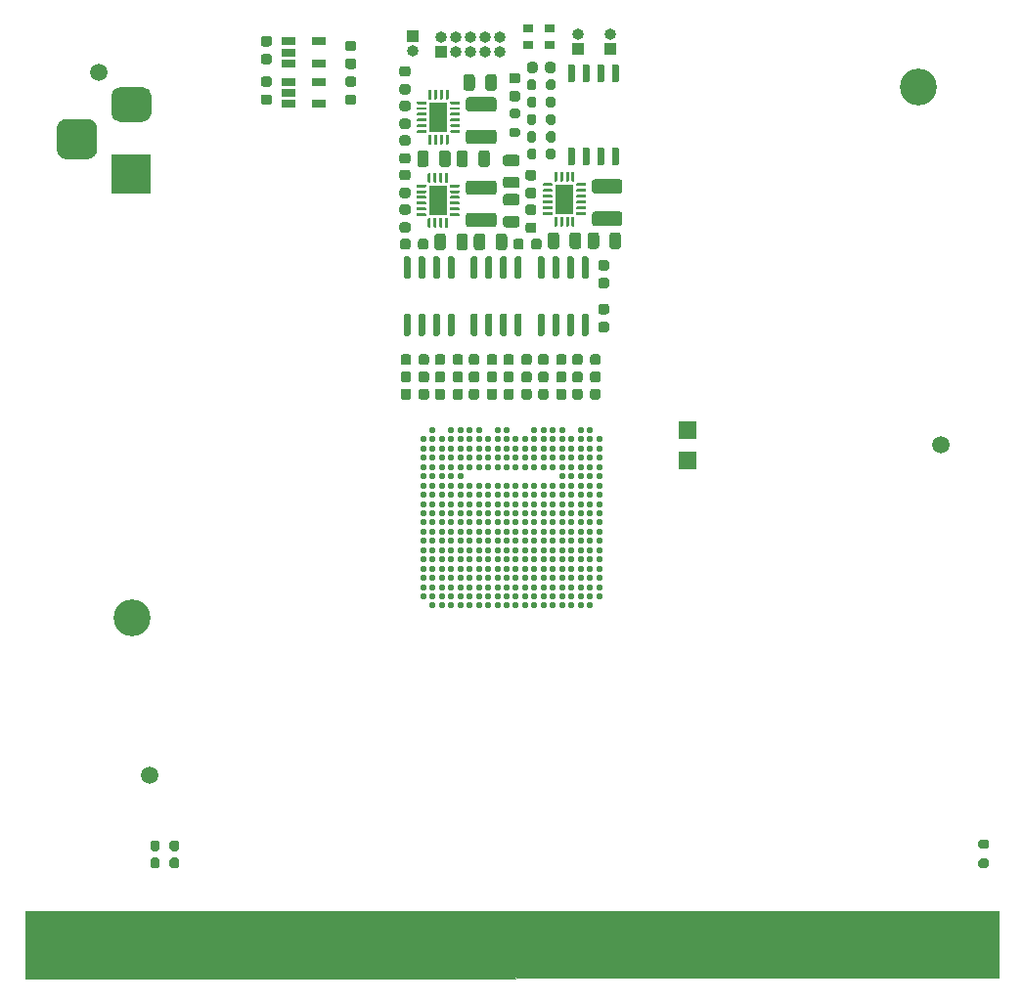
<source format=gbr>
%TF.GenerationSoftware,KiCad,Pcbnew,5.99.0+really5.1.10+dfsg1-1*%
%TF.CreationDate,2021-09-13T00:49:02-04:00*%
%TF.ProjectId,ECP5_BOARD,45435035-5f42-44f4-9152-442e6b696361,rev?*%
%TF.SameCoordinates,Original*%
%TF.FileFunction,Soldermask,Top*%
%TF.FilePolarity,Negative*%
%FSLAX46Y46*%
G04 Gerber Fmt 4.6, Leading zero omitted, Abs format (unit mm)*
G04 Created by KiCad (PCBNEW 5.99.0+really5.1.10+dfsg1-1) date 2021-09-13 00:49:02*
%MOMM*%
%LPD*%
G01*
G04 APERTURE LIST*
%ADD10C,0.100000*%
%ADD11C,3.200000*%
%ADD12C,1.500000*%
%ADD13R,3.500000X3.500000*%
%ADD14R,1.220000X0.650000*%
%ADD15R,0.700000X4.300000*%
%ADD16R,0.700000X3.200000*%
%ADD17C,0.550000*%
%ADD18O,1.000000X1.000000*%
%ADD19R,1.000000X1.000000*%
%ADD20R,1.650000X2.650000*%
%ADD21R,1.500000X1.500000*%
%ADD22R,0.900000X0.800000*%
G04 APERTURE END LIST*
D10*
G36*
X183000000Y-112100000D02*
G01*
X98700000Y-112200000D01*
X98700000Y-106400000D01*
X183000000Y-106400000D01*
X183000000Y-112100000D01*
G37*
X183000000Y-112100000D02*
X98700000Y-112200000D01*
X98700000Y-106400000D01*
X183000000Y-106400000D01*
X183000000Y-112100000D01*
D11*
%TO.C,REF\u002A\u002A*%
X108000000Y-81000000D03*
%TD*%
%TO.C,REF\u002A\u002A*%
X176000000Y-35000000D03*
%TD*%
D12*
%TO.C,REF\u002A\u002A*%
X105100000Y-33700000D03*
%TD*%
%TO.C,REF\u002A\u002A*%
X178000000Y-66000000D03*
%TD*%
%TO.C,REF\u002A\u002A*%
X109500000Y-94600000D03*
%TD*%
%TO.C,J2*%
G36*
G01*
X102325000Y-37750000D02*
X104075000Y-37750000D01*
G75*
G02*
X104950000Y-38625000I0J-875000D01*
G01*
X104950000Y-40375000D01*
G75*
G02*
X104075000Y-41250000I-875000J0D01*
G01*
X102325000Y-41250000D01*
G75*
G02*
X101450000Y-40375000I0J875000D01*
G01*
X101450000Y-38625000D01*
G75*
G02*
X102325000Y-37750000I875000J0D01*
G01*
G37*
G36*
G01*
X106900000Y-35000000D02*
X108900000Y-35000000D01*
G75*
G02*
X109650000Y-35750000I0J-750000D01*
G01*
X109650000Y-37250000D01*
G75*
G02*
X108900000Y-38000000I-750000J0D01*
G01*
X106900000Y-38000000D01*
G75*
G02*
X106150000Y-37250000I0J750000D01*
G01*
X106150000Y-35750000D01*
G75*
G02*
X106900000Y-35000000I750000J0D01*
G01*
G37*
D13*
X107900000Y-42500000D03*
%TD*%
D14*
%TO.C,U11*%
X124110000Y-34550000D03*
X124110000Y-36450000D03*
X121490000Y-36450000D03*
X121490000Y-35500000D03*
X121490000Y-34550000D03*
%TD*%
%TO.C,U10*%
X124110000Y-31050000D03*
X124110000Y-32950000D03*
X121490000Y-32950000D03*
X121490000Y-32000000D03*
X121490000Y-31050000D03*
%TD*%
%TO.C,R6*%
G36*
G01*
X181975000Y-100975000D02*
X181425000Y-100975000D01*
G75*
G02*
X181225000Y-100775000I0J200000D01*
G01*
X181225000Y-100375000D01*
G75*
G02*
X181425000Y-100175000I200000J0D01*
G01*
X181975000Y-100175000D01*
G75*
G02*
X182175000Y-100375000I0J-200000D01*
G01*
X182175000Y-100775000D01*
G75*
G02*
X181975000Y-100975000I-200000J0D01*
G01*
G37*
G36*
G01*
X181975000Y-102625000D02*
X181425000Y-102625000D01*
G75*
G02*
X181225000Y-102425000I0J200000D01*
G01*
X181225000Y-102025000D01*
G75*
G02*
X181425000Y-101825000I200000J0D01*
G01*
X181975000Y-101825000D01*
G75*
G02*
X182175000Y-102025000I0J-200000D01*
G01*
X182175000Y-102425000D01*
G75*
G02*
X181975000Y-102625000I-200000J0D01*
G01*
G37*
%TD*%
%TO.C,C38*%
G36*
G01*
X127150000Y-31875000D02*
X126650000Y-31875000D01*
G75*
G02*
X126425000Y-31650000I0J225000D01*
G01*
X126425000Y-31200000D01*
G75*
G02*
X126650000Y-30975000I225000J0D01*
G01*
X127150000Y-30975000D01*
G75*
G02*
X127375000Y-31200000I0J-225000D01*
G01*
X127375000Y-31650000D01*
G75*
G02*
X127150000Y-31875000I-225000J0D01*
G01*
G37*
G36*
G01*
X127150000Y-33425000D02*
X126650000Y-33425000D01*
G75*
G02*
X126425000Y-33200000I0J225000D01*
G01*
X126425000Y-32750000D01*
G75*
G02*
X126650000Y-32525000I225000J0D01*
G01*
X127150000Y-32525000D01*
G75*
G02*
X127375000Y-32750000I0J-225000D01*
G01*
X127375000Y-33200000D01*
G75*
G02*
X127150000Y-33425000I-225000J0D01*
G01*
G37*
%TD*%
%TO.C,C37*%
G36*
G01*
X119350000Y-35625000D02*
X119850000Y-35625000D01*
G75*
G02*
X120075000Y-35850000I0J-225000D01*
G01*
X120075000Y-36300000D01*
G75*
G02*
X119850000Y-36525000I-225000J0D01*
G01*
X119350000Y-36525000D01*
G75*
G02*
X119125000Y-36300000I0J225000D01*
G01*
X119125000Y-35850000D01*
G75*
G02*
X119350000Y-35625000I225000J0D01*
G01*
G37*
G36*
G01*
X119350000Y-34075000D02*
X119850000Y-34075000D01*
G75*
G02*
X120075000Y-34300000I0J-225000D01*
G01*
X120075000Y-34750000D01*
G75*
G02*
X119850000Y-34975000I-225000J0D01*
G01*
X119350000Y-34975000D01*
G75*
G02*
X119125000Y-34750000I0J225000D01*
G01*
X119125000Y-34300000D01*
G75*
G02*
X119350000Y-34075000I225000J0D01*
G01*
G37*
%TD*%
%TO.C,C36*%
G36*
G01*
X126650000Y-35625000D02*
X127150000Y-35625000D01*
G75*
G02*
X127375000Y-35850000I0J-225000D01*
G01*
X127375000Y-36300000D01*
G75*
G02*
X127150000Y-36525000I-225000J0D01*
G01*
X126650000Y-36525000D01*
G75*
G02*
X126425000Y-36300000I0J225000D01*
G01*
X126425000Y-35850000D01*
G75*
G02*
X126650000Y-35625000I225000J0D01*
G01*
G37*
G36*
G01*
X126650000Y-34075000D02*
X127150000Y-34075000D01*
G75*
G02*
X127375000Y-34300000I0J-225000D01*
G01*
X127375000Y-34750000D01*
G75*
G02*
X127150000Y-34975000I-225000J0D01*
G01*
X126650000Y-34975000D01*
G75*
G02*
X126425000Y-34750000I0J225000D01*
G01*
X126425000Y-34300000D01*
G75*
G02*
X126650000Y-34075000I225000J0D01*
G01*
G37*
%TD*%
%TO.C,C35*%
G36*
G01*
X119350000Y-32125000D02*
X119850000Y-32125000D01*
G75*
G02*
X120075000Y-32350000I0J-225000D01*
G01*
X120075000Y-32800000D01*
G75*
G02*
X119850000Y-33025000I-225000J0D01*
G01*
X119350000Y-33025000D01*
G75*
G02*
X119125000Y-32800000I0J225000D01*
G01*
X119125000Y-32350000D01*
G75*
G02*
X119350000Y-32125000I225000J0D01*
G01*
G37*
G36*
G01*
X119350000Y-30575000D02*
X119850000Y-30575000D01*
G75*
G02*
X120075000Y-30800000I0J-225000D01*
G01*
X120075000Y-31250000D01*
G75*
G02*
X119850000Y-31475000I-225000J0D01*
G01*
X119350000Y-31475000D01*
G75*
G02*
X119125000Y-31250000I0J225000D01*
G01*
X119125000Y-30800000D01*
G75*
G02*
X119350000Y-30575000I225000J0D01*
G01*
G37*
%TD*%
D15*
%TO.C,X1*%
X182350000Y-108500000D03*
D16*
X181350000Y-107950000D03*
D15*
X180350000Y-108500000D03*
X179350000Y-108500000D03*
X178350000Y-108500000D03*
X177350000Y-108500000D03*
X176350000Y-108500000D03*
X175350000Y-108500000D03*
X174350000Y-108500000D03*
X173350000Y-108500000D03*
X172350000Y-108500000D03*
X171350000Y-108500000D03*
X170350000Y-108500000D03*
X169350000Y-108500000D03*
X168350000Y-108500000D03*
X167350000Y-108500000D03*
X166350000Y-108500000D03*
X165350000Y-108500000D03*
X164350000Y-108500000D03*
X163350000Y-108500000D03*
X162350000Y-108500000D03*
X161350000Y-108500000D03*
X160350000Y-108500000D03*
X159350000Y-108500000D03*
X158350000Y-108500000D03*
X157350000Y-108500000D03*
X156350000Y-108500000D03*
X155350000Y-108500000D03*
X154350000Y-108500000D03*
X153350000Y-108500000D03*
X152350000Y-108500000D03*
X151350000Y-108500000D03*
X150350000Y-108500000D03*
X113350000Y-108500000D03*
X112350000Y-108500000D03*
X118350000Y-108500000D03*
X117350000Y-108500000D03*
X116350000Y-108500000D03*
X115350000Y-108500000D03*
X114350000Y-108500000D03*
X109350000Y-108500000D03*
X108350000Y-108500000D03*
X107350000Y-108500000D03*
X106350000Y-108500000D03*
X105350000Y-108500000D03*
X104350000Y-108500000D03*
X103350000Y-108500000D03*
X102350000Y-108500000D03*
X101350000Y-108500000D03*
X100350000Y-108500000D03*
X99350000Y-108500000D03*
X119350000Y-108500000D03*
X120350000Y-108500000D03*
X121350000Y-108500000D03*
X122350000Y-108500000D03*
X123350000Y-108500000D03*
X124350000Y-108500000D03*
X125350000Y-108500000D03*
X126350000Y-108500000D03*
X127350000Y-108500000D03*
X128350000Y-108500000D03*
X129350000Y-108500000D03*
X130350000Y-108500000D03*
X131350000Y-108500000D03*
X132350000Y-108500000D03*
X133350000Y-108500000D03*
X134350000Y-108500000D03*
X135350000Y-108500000D03*
X136350000Y-108500000D03*
X137350000Y-108500000D03*
X138350000Y-108500000D03*
X139350000Y-108500000D03*
X140350000Y-108500000D03*
X141350000Y-108500000D03*
X142350000Y-108500000D03*
X143350000Y-108500000D03*
X144350000Y-108500000D03*
X145350000Y-108500000D03*
X146350000Y-108500000D03*
X147350000Y-108500000D03*
X148350000Y-108500000D03*
X149350000Y-108500000D03*
%TD*%
%TO.C,C18*%
G36*
G01*
X136625000Y-58350000D02*
X136625000Y-58850000D01*
G75*
G02*
X136400000Y-59075000I-225000J0D01*
G01*
X135950000Y-59075000D01*
G75*
G02*
X135725000Y-58850000I0J225000D01*
G01*
X135725000Y-58350000D01*
G75*
G02*
X135950000Y-58125000I225000J0D01*
G01*
X136400000Y-58125000D01*
G75*
G02*
X136625000Y-58350000I0J-225000D01*
G01*
G37*
G36*
G01*
X135075000Y-58350000D02*
X135075000Y-58850000D01*
G75*
G02*
X134850000Y-59075000I-225000J0D01*
G01*
X134400000Y-59075000D01*
G75*
G02*
X134175000Y-58850000I0J225000D01*
G01*
X134175000Y-58350000D01*
G75*
G02*
X134400000Y-58125000I225000J0D01*
G01*
X134850000Y-58125000D01*
G75*
G02*
X135075000Y-58350000I0J-225000D01*
G01*
G37*
%TD*%
%TO.C,C17*%
G36*
G01*
X145575000Y-58350000D02*
X145575000Y-58850000D01*
G75*
G02*
X145350000Y-59075000I-225000J0D01*
G01*
X144900000Y-59075000D01*
G75*
G02*
X144675000Y-58850000I0J225000D01*
G01*
X144675000Y-58350000D01*
G75*
G02*
X144900000Y-58125000I225000J0D01*
G01*
X145350000Y-58125000D01*
G75*
G02*
X145575000Y-58350000I0J-225000D01*
G01*
G37*
G36*
G01*
X144025000Y-58350000D02*
X144025000Y-58850000D01*
G75*
G02*
X143800000Y-59075000I-225000J0D01*
G01*
X143350000Y-59075000D01*
G75*
G02*
X143125000Y-58850000I0J225000D01*
G01*
X143125000Y-58350000D01*
G75*
G02*
X143350000Y-58125000I225000J0D01*
G01*
X143800000Y-58125000D01*
G75*
G02*
X144025000Y-58350000I0J-225000D01*
G01*
G37*
%TD*%
%TO.C,C16*%
G36*
G01*
X140125000Y-58850000D02*
X140125000Y-58350000D01*
G75*
G02*
X140350000Y-58125000I225000J0D01*
G01*
X140800000Y-58125000D01*
G75*
G02*
X141025000Y-58350000I0J-225000D01*
G01*
X141025000Y-58850000D01*
G75*
G02*
X140800000Y-59075000I-225000J0D01*
G01*
X140350000Y-59075000D01*
G75*
G02*
X140125000Y-58850000I0J225000D01*
G01*
G37*
G36*
G01*
X141675000Y-58850000D02*
X141675000Y-58350000D01*
G75*
G02*
X141900000Y-58125000I225000J0D01*
G01*
X142350000Y-58125000D01*
G75*
G02*
X142575000Y-58350000I0J-225000D01*
G01*
X142575000Y-58850000D01*
G75*
G02*
X142350000Y-59075000I-225000J0D01*
G01*
X141900000Y-59075000D01*
G75*
G02*
X141675000Y-58850000I0J225000D01*
G01*
G37*
%TD*%
%TO.C,C15*%
G36*
G01*
X139575000Y-58350000D02*
X139575000Y-58850000D01*
G75*
G02*
X139350000Y-59075000I-225000J0D01*
G01*
X138900000Y-59075000D01*
G75*
G02*
X138675000Y-58850000I0J225000D01*
G01*
X138675000Y-58350000D01*
G75*
G02*
X138900000Y-58125000I225000J0D01*
G01*
X139350000Y-58125000D01*
G75*
G02*
X139575000Y-58350000I0J-225000D01*
G01*
G37*
G36*
G01*
X138025000Y-58350000D02*
X138025000Y-58850000D01*
G75*
G02*
X137800000Y-59075000I-225000J0D01*
G01*
X137350000Y-59075000D01*
G75*
G02*
X137125000Y-58850000I0J225000D01*
G01*
X137125000Y-58350000D01*
G75*
G02*
X137350000Y-58125000I225000J0D01*
G01*
X137800000Y-58125000D01*
G75*
G02*
X138025000Y-58350000I0J-225000D01*
G01*
G37*
%TD*%
%TO.C,C14*%
G36*
G01*
X146075000Y-60350000D02*
X146075000Y-59850000D01*
G75*
G02*
X146300000Y-59625000I225000J0D01*
G01*
X146750000Y-59625000D01*
G75*
G02*
X146975000Y-59850000I0J-225000D01*
G01*
X146975000Y-60350000D01*
G75*
G02*
X146750000Y-60575000I-225000J0D01*
G01*
X146300000Y-60575000D01*
G75*
G02*
X146075000Y-60350000I0J225000D01*
G01*
G37*
G36*
G01*
X147625000Y-60350000D02*
X147625000Y-59850000D01*
G75*
G02*
X147850000Y-59625000I225000J0D01*
G01*
X148300000Y-59625000D01*
G75*
G02*
X148525000Y-59850000I0J-225000D01*
G01*
X148525000Y-60350000D01*
G75*
G02*
X148300000Y-60575000I-225000J0D01*
G01*
X147850000Y-60575000D01*
G75*
G02*
X147625000Y-60350000I0J225000D01*
G01*
G37*
%TD*%
%TO.C,C13*%
G36*
G01*
X145575000Y-59850000D02*
X145575000Y-60350000D01*
G75*
G02*
X145350000Y-60575000I-225000J0D01*
G01*
X144900000Y-60575000D01*
G75*
G02*
X144675000Y-60350000I0J225000D01*
G01*
X144675000Y-59850000D01*
G75*
G02*
X144900000Y-59625000I225000J0D01*
G01*
X145350000Y-59625000D01*
G75*
G02*
X145575000Y-59850000I0J-225000D01*
G01*
G37*
G36*
G01*
X144025000Y-59850000D02*
X144025000Y-60350000D01*
G75*
G02*
X143800000Y-60575000I-225000J0D01*
G01*
X143350000Y-60575000D01*
G75*
G02*
X143125000Y-60350000I0J225000D01*
G01*
X143125000Y-59850000D01*
G75*
G02*
X143350000Y-59625000I225000J0D01*
G01*
X143800000Y-59625000D01*
G75*
G02*
X144025000Y-59850000I0J-225000D01*
G01*
G37*
%TD*%
%TO.C,C12*%
G36*
G01*
X140125000Y-60350000D02*
X140125000Y-59850000D01*
G75*
G02*
X140350000Y-59625000I225000J0D01*
G01*
X140800000Y-59625000D01*
G75*
G02*
X141025000Y-59850000I0J-225000D01*
G01*
X141025000Y-60350000D01*
G75*
G02*
X140800000Y-60575000I-225000J0D01*
G01*
X140350000Y-60575000D01*
G75*
G02*
X140125000Y-60350000I0J225000D01*
G01*
G37*
G36*
G01*
X141675000Y-60350000D02*
X141675000Y-59850000D01*
G75*
G02*
X141900000Y-59625000I225000J0D01*
G01*
X142350000Y-59625000D01*
G75*
G02*
X142575000Y-59850000I0J-225000D01*
G01*
X142575000Y-60350000D01*
G75*
G02*
X142350000Y-60575000I-225000J0D01*
G01*
X141900000Y-60575000D01*
G75*
G02*
X141675000Y-60350000I0J225000D01*
G01*
G37*
%TD*%
%TO.C,C11*%
G36*
G01*
X139575000Y-59850000D02*
X139575000Y-60350000D01*
G75*
G02*
X139350000Y-60575000I-225000J0D01*
G01*
X138900000Y-60575000D01*
G75*
G02*
X138675000Y-60350000I0J225000D01*
G01*
X138675000Y-59850000D01*
G75*
G02*
X138900000Y-59625000I225000J0D01*
G01*
X139350000Y-59625000D01*
G75*
G02*
X139575000Y-59850000I0J-225000D01*
G01*
G37*
G36*
G01*
X138025000Y-59850000D02*
X138025000Y-60350000D01*
G75*
G02*
X137800000Y-60575000I-225000J0D01*
G01*
X137350000Y-60575000D01*
G75*
G02*
X137125000Y-60350000I0J225000D01*
G01*
X137125000Y-59850000D01*
G75*
G02*
X137350000Y-59625000I225000J0D01*
G01*
X137800000Y-59625000D01*
G75*
G02*
X138025000Y-59850000I0J-225000D01*
G01*
G37*
%TD*%
%TO.C,C10*%
G36*
G01*
X146075000Y-61850000D02*
X146075000Y-61350000D01*
G75*
G02*
X146300000Y-61125000I225000J0D01*
G01*
X146750000Y-61125000D01*
G75*
G02*
X146975000Y-61350000I0J-225000D01*
G01*
X146975000Y-61850000D01*
G75*
G02*
X146750000Y-62075000I-225000J0D01*
G01*
X146300000Y-62075000D01*
G75*
G02*
X146075000Y-61850000I0J225000D01*
G01*
G37*
G36*
G01*
X147625000Y-61850000D02*
X147625000Y-61350000D01*
G75*
G02*
X147850000Y-61125000I225000J0D01*
G01*
X148300000Y-61125000D01*
G75*
G02*
X148525000Y-61350000I0J-225000D01*
G01*
X148525000Y-61850000D01*
G75*
G02*
X148300000Y-62075000I-225000J0D01*
G01*
X147850000Y-62075000D01*
G75*
G02*
X147625000Y-61850000I0J225000D01*
G01*
G37*
%TD*%
%TO.C,C9*%
G36*
G01*
X145575000Y-61350000D02*
X145575000Y-61850000D01*
G75*
G02*
X145350000Y-62075000I-225000J0D01*
G01*
X144900000Y-62075000D01*
G75*
G02*
X144675000Y-61850000I0J225000D01*
G01*
X144675000Y-61350000D01*
G75*
G02*
X144900000Y-61125000I225000J0D01*
G01*
X145350000Y-61125000D01*
G75*
G02*
X145575000Y-61350000I0J-225000D01*
G01*
G37*
G36*
G01*
X144025000Y-61350000D02*
X144025000Y-61850000D01*
G75*
G02*
X143800000Y-62075000I-225000J0D01*
G01*
X143350000Y-62075000D01*
G75*
G02*
X143125000Y-61850000I0J225000D01*
G01*
X143125000Y-61350000D01*
G75*
G02*
X143350000Y-61125000I225000J0D01*
G01*
X143800000Y-61125000D01*
G75*
G02*
X144025000Y-61350000I0J-225000D01*
G01*
G37*
%TD*%
%TO.C,C8*%
G36*
G01*
X140125000Y-61850000D02*
X140125000Y-61350000D01*
G75*
G02*
X140350000Y-61125000I225000J0D01*
G01*
X140800000Y-61125000D01*
G75*
G02*
X141025000Y-61350000I0J-225000D01*
G01*
X141025000Y-61850000D01*
G75*
G02*
X140800000Y-62075000I-225000J0D01*
G01*
X140350000Y-62075000D01*
G75*
G02*
X140125000Y-61850000I0J225000D01*
G01*
G37*
G36*
G01*
X141675000Y-61850000D02*
X141675000Y-61350000D01*
G75*
G02*
X141900000Y-61125000I225000J0D01*
G01*
X142350000Y-61125000D01*
G75*
G02*
X142575000Y-61350000I0J-225000D01*
G01*
X142575000Y-61850000D01*
G75*
G02*
X142350000Y-62075000I-225000J0D01*
G01*
X141900000Y-62075000D01*
G75*
G02*
X141675000Y-61850000I0J225000D01*
G01*
G37*
%TD*%
%TO.C,C7*%
G36*
G01*
X139575000Y-61350000D02*
X139575000Y-61850000D01*
G75*
G02*
X139350000Y-62075000I-225000J0D01*
G01*
X138900000Y-62075000D01*
G75*
G02*
X138675000Y-61850000I0J225000D01*
G01*
X138675000Y-61350000D01*
G75*
G02*
X138900000Y-61125000I225000J0D01*
G01*
X139350000Y-61125000D01*
G75*
G02*
X139575000Y-61350000I0J-225000D01*
G01*
G37*
G36*
G01*
X138025000Y-61350000D02*
X138025000Y-61850000D01*
G75*
G02*
X137800000Y-62075000I-225000J0D01*
G01*
X137350000Y-62075000D01*
G75*
G02*
X137125000Y-61850000I0J225000D01*
G01*
X137125000Y-61350000D01*
G75*
G02*
X137350000Y-61125000I225000J0D01*
G01*
X137800000Y-61125000D01*
G75*
G02*
X138025000Y-61350000I0J-225000D01*
G01*
G37*
%TD*%
%TO.C,C6*%
G36*
G01*
X135725000Y-60350000D02*
X135725000Y-59850000D01*
G75*
G02*
X135950000Y-59625000I225000J0D01*
G01*
X136400000Y-59625000D01*
G75*
G02*
X136625000Y-59850000I0J-225000D01*
G01*
X136625000Y-60350000D01*
G75*
G02*
X136400000Y-60575000I-225000J0D01*
G01*
X135950000Y-60575000D01*
G75*
G02*
X135725000Y-60350000I0J225000D01*
G01*
G37*
G36*
G01*
X134175000Y-60350000D02*
X134175000Y-59850000D01*
G75*
G02*
X134400000Y-59625000I225000J0D01*
G01*
X134850000Y-59625000D01*
G75*
G02*
X135075000Y-59850000I0J-225000D01*
G01*
X135075000Y-60350000D01*
G75*
G02*
X134850000Y-60575000I-225000J0D01*
G01*
X134400000Y-60575000D01*
G75*
G02*
X134175000Y-60350000I0J225000D01*
G01*
G37*
%TD*%
%TO.C,C5*%
G36*
G01*
X135725000Y-61850000D02*
X135725000Y-61350000D01*
G75*
G02*
X135950000Y-61125000I225000J0D01*
G01*
X136400000Y-61125000D01*
G75*
G02*
X136625000Y-61350000I0J-225000D01*
G01*
X136625000Y-61850000D01*
G75*
G02*
X136400000Y-62075000I-225000J0D01*
G01*
X135950000Y-62075000D01*
G75*
G02*
X135725000Y-61850000I0J225000D01*
G01*
G37*
G36*
G01*
X134175000Y-61850000D02*
X134175000Y-61350000D01*
G75*
G02*
X134400000Y-61125000I225000J0D01*
G01*
X134850000Y-61125000D01*
G75*
G02*
X135075000Y-61350000I0J-225000D01*
G01*
X135075000Y-61850000D01*
G75*
G02*
X134850000Y-62075000I-225000J0D01*
G01*
X134400000Y-62075000D01*
G75*
G02*
X134175000Y-61850000I0J225000D01*
G01*
G37*
%TD*%
%TO.C,C4*%
G36*
G01*
X132125000Y-59850000D02*
X132125000Y-60350000D01*
G75*
G02*
X131900000Y-60575000I-225000J0D01*
G01*
X131450000Y-60575000D01*
G75*
G02*
X131225000Y-60350000I0J225000D01*
G01*
X131225000Y-59850000D01*
G75*
G02*
X131450000Y-59625000I225000J0D01*
G01*
X131900000Y-59625000D01*
G75*
G02*
X132125000Y-59850000I0J-225000D01*
G01*
G37*
G36*
G01*
X133675000Y-59850000D02*
X133675000Y-60350000D01*
G75*
G02*
X133450000Y-60575000I-225000J0D01*
G01*
X133000000Y-60575000D01*
G75*
G02*
X132775000Y-60350000I0J225000D01*
G01*
X132775000Y-59850000D01*
G75*
G02*
X133000000Y-59625000I225000J0D01*
G01*
X133450000Y-59625000D01*
G75*
G02*
X133675000Y-59850000I0J-225000D01*
G01*
G37*
%TD*%
%TO.C,C3*%
G36*
G01*
X132125000Y-61350000D02*
X132125000Y-61850000D01*
G75*
G02*
X131900000Y-62075000I-225000J0D01*
G01*
X131450000Y-62075000D01*
G75*
G02*
X131225000Y-61850000I0J225000D01*
G01*
X131225000Y-61350000D01*
G75*
G02*
X131450000Y-61125000I225000J0D01*
G01*
X131900000Y-61125000D01*
G75*
G02*
X132125000Y-61350000I0J-225000D01*
G01*
G37*
G36*
G01*
X133675000Y-61350000D02*
X133675000Y-61850000D01*
G75*
G02*
X133450000Y-62075000I-225000J0D01*
G01*
X133000000Y-62075000D01*
G75*
G02*
X132775000Y-61850000I0J225000D01*
G01*
X132775000Y-61350000D01*
G75*
G02*
X133000000Y-61125000I225000J0D01*
G01*
X133450000Y-61125000D01*
G75*
G02*
X133675000Y-61350000I0J-225000D01*
G01*
G37*
%TD*%
%TO.C,C2*%
G36*
G01*
X132125000Y-58350000D02*
X132125000Y-58850000D01*
G75*
G02*
X131900000Y-59075000I-225000J0D01*
G01*
X131450000Y-59075000D01*
G75*
G02*
X131225000Y-58850000I0J225000D01*
G01*
X131225000Y-58350000D01*
G75*
G02*
X131450000Y-58125000I225000J0D01*
G01*
X131900000Y-58125000D01*
G75*
G02*
X132125000Y-58350000I0J-225000D01*
G01*
G37*
G36*
G01*
X133675000Y-58350000D02*
X133675000Y-58850000D01*
G75*
G02*
X133450000Y-59075000I-225000J0D01*
G01*
X133000000Y-59075000D01*
G75*
G02*
X132775000Y-58850000I0J225000D01*
G01*
X132775000Y-58350000D01*
G75*
G02*
X133000000Y-58125000I225000J0D01*
G01*
X133450000Y-58125000D01*
G75*
G02*
X133675000Y-58350000I0J-225000D01*
G01*
G37*
%TD*%
D17*
%TO.C,U1*%
X134000000Y-64700000D03*
X135600000Y-64700000D03*
X136400000Y-64700000D03*
X137200000Y-64700000D03*
X138000000Y-64700000D03*
X139600000Y-64700000D03*
X140400000Y-64700000D03*
X142800000Y-64700000D03*
X143600000Y-64700000D03*
X144400000Y-64700000D03*
X145200000Y-64700000D03*
X146800000Y-64700000D03*
X147600000Y-64700000D03*
X133200000Y-65500000D03*
X134000000Y-65500000D03*
X134800000Y-65500000D03*
X135600000Y-65500000D03*
X136400000Y-65500000D03*
X137200000Y-65500000D03*
X138000000Y-65500000D03*
X138800000Y-65500000D03*
X139600000Y-65500000D03*
X140400000Y-65500000D03*
X141200000Y-65500000D03*
X142000000Y-65500000D03*
X142800000Y-65500000D03*
X143600000Y-65500000D03*
X144400000Y-65500000D03*
X145200000Y-65500000D03*
X146000000Y-65500000D03*
X146800000Y-65500000D03*
X147600000Y-65500000D03*
X148400000Y-65500000D03*
X133200000Y-66300000D03*
X134000000Y-66300000D03*
X134800000Y-66300000D03*
X135600000Y-66300000D03*
X136400000Y-66300000D03*
X137200000Y-66300000D03*
X138000000Y-66300000D03*
X138800000Y-66300000D03*
X139600000Y-66300000D03*
X140400000Y-66300000D03*
X141200000Y-66300000D03*
X142000000Y-66300000D03*
X142800000Y-66300000D03*
X143600000Y-66300000D03*
X144400000Y-66300000D03*
X145200000Y-66300000D03*
X146000000Y-66300000D03*
X146800000Y-66300000D03*
X147600000Y-66300000D03*
X148400000Y-66300000D03*
X133200000Y-67100000D03*
X134000000Y-67100000D03*
X134800000Y-67100000D03*
X135600000Y-67100000D03*
X136400000Y-67100000D03*
X137200000Y-67100000D03*
X138000000Y-67100000D03*
X138800000Y-67100000D03*
X139600000Y-67100000D03*
X140400000Y-67100000D03*
X141200000Y-67100000D03*
X142000000Y-67100000D03*
X142800000Y-67100000D03*
X143600000Y-67100000D03*
X144400000Y-67100000D03*
X145200000Y-67100000D03*
X146000000Y-67100000D03*
X146800000Y-67100000D03*
X147600000Y-67100000D03*
X148400000Y-67100000D03*
X133200000Y-67900000D03*
X134000000Y-67900000D03*
X134800000Y-67900000D03*
X135600000Y-67900000D03*
X136400000Y-67900000D03*
X137200000Y-67900000D03*
X138000000Y-67900000D03*
X138800000Y-67900000D03*
X139600000Y-67900000D03*
X140400000Y-67900000D03*
X141200000Y-67900000D03*
X142000000Y-67900000D03*
X142800000Y-67900000D03*
X143600000Y-67900000D03*
X144400000Y-67900000D03*
X145200000Y-67900000D03*
X146000000Y-67900000D03*
X146800000Y-67900000D03*
X147600000Y-67900000D03*
X148400000Y-67900000D03*
X133200000Y-68700000D03*
X134000000Y-68700000D03*
X134800000Y-68700000D03*
X135600000Y-68700000D03*
X136400000Y-68700000D03*
X145200000Y-68700000D03*
X146000000Y-68700000D03*
X146800000Y-68700000D03*
X147600000Y-68700000D03*
X148400000Y-68700000D03*
X133200000Y-69500000D03*
X134000000Y-69500000D03*
X134800000Y-69500000D03*
X135600000Y-69500000D03*
X136400000Y-69500000D03*
X137200000Y-69500000D03*
X138000000Y-69500000D03*
X138800000Y-69500000D03*
X139600000Y-69500000D03*
X140400000Y-69500000D03*
X141200000Y-69500000D03*
X142000000Y-69500000D03*
X142800000Y-69500000D03*
X143600000Y-69500000D03*
X144400000Y-69500000D03*
X145200000Y-69500000D03*
X146000000Y-69500000D03*
X146800000Y-69500000D03*
X147600000Y-69500000D03*
X148400000Y-69500000D03*
X133200000Y-70300000D03*
X134000000Y-70300000D03*
X134800000Y-70300000D03*
X135600000Y-70300000D03*
X136400000Y-70300000D03*
X137200000Y-70300000D03*
X138000000Y-70300000D03*
X138800000Y-70300000D03*
X139600000Y-70300000D03*
X140400000Y-70300000D03*
X141200000Y-70300000D03*
X142000000Y-70300000D03*
X142800000Y-70300000D03*
X143600000Y-70300000D03*
X144400000Y-70300000D03*
X145200000Y-70300000D03*
X146000000Y-70300000D03*
X146800000Y-70300000D03*
X147600000Y-70300000D03*
X148400000Y-70300000D03*
X133200000Y-71100000D03*
X134000000Y-71100000D03*
X134800000Y-71100000D03*
X135600000Y-71100000D03*
X136400000Y-71100000D03*
X137200000Y-71100000D03*
X138000000Y-71100000D03*
X138800000Y-71100000D03*
X139600000Y-71100000D03*
X140400000Y-71100000D03*
X141200000Y-71100000D03*
X142000000Y-71100000D03*
X142800000Y-71100000D03*
X143600000Y-71100000D03*
X144400000Y-71100000D03*
X145200000Y-71100000D03*
X146000000Y-71100000D03*
X146800000Y-71100000D03*
X147600000Y-71100000D03*
X148400000Y-71100000D03*
X133200000Y-71900000D03*
X134000000Y-71900000D03*
X134800000Y-71900000D03*
X135600000Y-71900000D03*
X136400000Y-71900000D03*
X137200000Y-71900000D03*
X138000000Y-71900000D03*
X138800000Y-71900000D03*
X139600000Y-71900000D03*
X140400000Y-71900000D03*
X141200000Y-71900000D03*
X142000000Y-71900000D03*
X142800000Y-71900000D03*
X143600000Y-71900000D03*
X144400000Y-71900000D03*
X145200000Y-71900000D03*
X146000000Y-71900000D03*
X146800000Y-71900000D03*
X147600000Y-71900000D03*
X148400000Y-71900000D03*
X133200000Y-72700000D03*
X134000000Y-72700000D03*
X134800000Y-72700000D03*
X135600000Y-72700000D03*
X136400000Y-72700000D03*
X137200000Y-72700000D03*
X138000000Y-72700000D03*
X138800000Y-72700000D03*
X139600000Y-72700000D03*
X140400000Y-72700000D03*
X141200000Y-72700000D03*
X142000000Y-72700000D03*
X142800000Y-72700000D03*
X143600000Y-72700000D03*
X144400000Y-72700000D03*
X145200000Y-72700000D03*
X146000000Y-72700000D03*
X146800000Y-72700000D03*
X147600000Y-72700000D03*
X148400000Y-72700000D03*
X133200000Y-73500000D03*
X134000000Y-73500000D03*
X134800000Y-73500000D03*
X135600000Y-73500000D03*
X136400000Y-73500000D03*
X137200000Y-73500000D03*
X138000000Y-73500000D03*
X138800000Y-73500000D03*
X139600000Y-73500000D03*
X140400000Y-73500000D03*
X141200000Y-73500000D03*
X142000000Y-73500000D03*
X142800000Y-73500000D03*
X143600000Y-73500000D03*
X144400000Y-73500000D03*
X145200000Y-73500000D03*
X146000000Y-73500000D03*
X146800000Y-73500000D03*
X147600000Y-73500000D03*
X148400000Y-73500000D03*
X133200000Y-74300000D03*
X134000000Y-74300000D03*
X134800000Y-74300000D03*
X135600000Y-74300000D03*
X136400000Y-74300000D03*
X137200000Y-74300000D03*
X138000000Y-74300000D03*
X138800000Y-74300000D03*
X139600000Y-74300000D03*
X140400000Y-74300000D03*
X141200000Y-74300000D03*
X142000000Y-74300000D03*
X142800000Y-74300000D03*
X143600000Y-74300000D03*
X144400000Y-74300000D03*
X145200000Y-74300000D03*
X146000000Y-74300000D03*
X146800000Y-74300000D03*
X147600000Y-74300000D03*
X148400000Y-74300000D03*
X133200000Y-75100000D03*
X134000000Y-75100000D03*
X134800000Y-75100000D03*
X135600000Y-75100000D03*
X136400000Y-75100000D03*
X137200000Y-75100000D03*
X138000000Y-75100000D03*
X138800000Y-75100000D03*
X139600000Y-75100000D03*
X140400000Y-75100000D03*
X141200000Y-75100000D03*
X142000000Y-75100000D03*
X142800000Y-75100000D03*
X143600000Y-75100000D03*
X144400000Y-75100000D03*
X145200000Y-75100000D03*
X146000000Y-75100000D03*
X146800000Y-75100000D03*
X147600000Y-75100000D03*
X148400000Y-75100000D03*
X133200000Y-75900000D03*
X134000000Y-75900000D03*
X134800000Y-75900000D03*
X135600000Y-75900000D03*
X136400000Y-75900000D03*
X137200000Y-75900000D03*
X138000000Y-75900000D03*
X138800000Y-75900000D03*
X139600000Y-75900000D03*
X140400000Y-75900000D03*
X141200000Y-75900000D03*
X142000000Y-75900000D03*
X142800000Y-75900000D03*
X143600000Y-75900000D03*
X144400000Y-75900000D03*
X145200000Y-75900000D03*
X146000000Y-75900000D03*
X146800000Y-75900000D03*
X147600000Y-75900000D03*
X148400000Y-75900000D03*
X133200000Y-76700000D03*
X134000000Y-76700000D03*
X134800000Y-76700000D03*
X135600000Y-76700000D03*
X136400000Y-76700000D03*
X137200000Y-76700000D03*
X138000000Y-76700000D03*
X138800000Y-76700000D03*
X139600000Y-76700000D03*
X140400000Y-76700000D03*
X141200000Y-76700000D03*
X142000000Y-76700000D03*
X142800000Y-76700000D03*
X143600000Y-76700000D03*
X144400000Y-76700000D03*
X145200000Y-76700000D03*
X146000000Y-76700000D03*
X146800000Y-76700000D03*
X147600000Y-76700000D03*
X148400000Y-76700000D03*
X133200000Y-77500000D03*
X134000000Y-77500000D03*
X134800000Y-77500000D03*
X135600000Y-77500000D03*
X136400000Y-77500000D03*
X137200000Y-77500000D03*
X138000000Y-77500000D03*
X138800000Y-77500000D03*
X139600000Y-77500000D03*
X140400000Y-77500000D03*
X141200000Y-77500000D03*
X142000000Y-77500000D03*
X142800000Y-77500000D03*
X143600000Y-77500000D03*
X144400000Y-77500000D03*
X145200000Y-77500000D03*
X146000000Y-77500000D03*
X146800000Y-77500000D03*
X147600000Y-77500000D03*
X148400000Y-77500000D03*
X133200000Y-78300000D03*
X134000000Y-78300000D03*
X134800000Y-78300000D03*
X135600000Y-78300000D03*
X136400000Y-78300000D03*
X137200000Y-78300000D03*
X138000000Y-78300000D03*
X138800000Y-78300000D03*
X139600000Y-78300000D03*
X140400000Y-78300000D03*
X141200000Y-78300000D03*
X142000000Y-78300000D03*
X142800000Y-78300000D03*
X143600000Y-78300000D03*
X144400000Y-78300000D03*
X145200000Y-78300000D03*
X146000000Y-78300000D03*
X146800000Y-78300000D03*
X147600000Y-78300000D03*
X148400000Y-78300000D03*
X133200000Y-79100000D03*
X134000000Y-79100000D03*
X134800000Y-79100000D03*
X135600000Y-79100000D03*
X136400000Y-79100000D03*
X137200000Y-79100000D03*
X138000000Y-79100000D03*
X138800000Y-79100000D03*
X139600000Y-79100000D03*
X140400000Y-79100000D03*
X141200000Y-79100000D03*
X142000000Y-79100000D03*
X142800000Y-79100000D03*
X143600000Y-79100000D03*
X144400000Y-79100000D03*
X145200000Y-79100000D03*
X146000000Y-79100000D03*
X146800000Y-79100000D03*
X147600000Y-79100000D03*
X148400000Y-79100000D03*
X134000000Y-79900000D03*
X134800000Y-79900000D03*
X135600000Y-79900000D03*
X136400000Y-79900000D03*
X137200000Y-79900000D03*
X138000000Y-79900000D03*
X138800000Y-79900000D03*
X139600000Y-79900000D03*
X140400000Y-79900000D03*
X141200000Y-79900000D03*
X142000000Y-79900000D03*
X142800000Y-79900000D03*
X143600000Y-79900000D03*
X144400000Y-79900000D03*
X145200000Y-79900000D03*
X146000000Y-79900000D03*
X146800000Y-79900000D03*
X147600000Y-79900000D03*
%TD*%
%TO.C,C1*%
G36*
G01*
X143725000Y-33550000D02*
X143725000Y-33050000D01*
G75*
G02*
X143950000Y-32825000I225000J0D01*
G01*
X144400000Y-32825000D01*
G75*
G02*
X144625000Y-33050000I0J-225000D01*
G01*
X144625000Y-33550000D01*
G75*
G02*
X144400000Y-33775000I-225000J0D01*
G01*
X143950000Y-33775000D01*
G75*
G02*
X143725000Y-33550000I0J225000D01*
G01*
G37*
G36*
G01*
X142175000Y-33550000D02*
X142175000Y-33050000D01*
G75*
G02*
X142400000Y-32825000I225000J0D01*
G01*
X142850000Y-32825000D01*
G75*
G02*
X143075000Y-33050000I0J-225000D01*
G01*
X143075000Y-33550000D01*
G75*
G02*
X142850000Y-33775000I-225000J0D01*
G01*
X142400000Y-33775000D01*
G75*
G02*
X142175000Y-33550000I0J225000D01*
G01*
G37*
%TD*%
%TO.C,R15*%
G36*
G01*
X140825000Y-38525000D02*
X141375000Y-38525000D01*
G75*
G02*
X141575000Y-38725000I0J-200000D01*
G01*
X141575000Y-39125000D01*
G75*
G02*
X141375000Y-39325000I-200000J0D01*
G01*
X140825000Y-39325000D01*
G75*
G02*
X140625000Y-39125000I0J200000D01*
G01*
X140625000Y-38725000D01*
G75*
G02*
X140825000Y-38525000I200000J0D01*
G01*
G37*
G36*
G01*
X140825000Y-36875000D02*
X141375000Y-36875000D01*
G75*
G02*
X141575000Y-37075000I0J-200000D01*
G01*
X141575000Y-37475000D01*
G75*
G02*
X141375000Y-37675000I-200000J0D01*
G01*
X140825000Y-37675000D01*
G75*
G02*
X140625000Y-37475000I0J200000D01*
G01*
X140625000Y-37075000D01*
G75*
G02*
X140825000Y-36875000I200000J0D01*
G01*
G37*
%TD*%
%TO.C,R14*%
G36*
G01*
X110375000Y-101925000D02*
X110375000Y-102475000D01*
G75*
G02*
X110175000Y-102675000I-200000J0D01*
G01*
X109775000Y-102675000D01*
G75*
G02*
X109575000Y-102475000I0J200000D01*
G01*
X109575000Y-101925000D01*
G75*
G02*
X109775000Y-101725000I200000J0D01*
G01*
X110175000Y-101725000D01*
G75*
G02*
X110375000Y-101925000I0J-200000D01*
G01*
G37*
G36*
G01*
X112025000Y-101925000D02*
X112025000Y-102475000D01*
G75*
G02*
X111825000Y-102675000I-200000J0D01*
G01*
X111425000Y-102675000D01*
G75*
G02*
X111225000Y-102475000I0J200000D01*
G01*
X111225000Y-101925000D01*
G75*
G02*
X111425000Y-101725000I200000J0D01*
G01*
X111825000Y-101725000D01*
G75*
G02*
X112025000Y-101925000I0J-200000D01*
G01*
G37*
%TD*%
%TO.C,R13*%
G36*
G01*
X111225000Y-100975000D02*
X111225000Y-100425000D01*
G75*
G02*
X111425000Y-100225000I200000J0D01*
G01*
X111825000Y-100225000D01*
G75*
G02*
X112025000Y-100425000I0J-200000D01*
G01*
X112025000Y-100975000D01*
G75*
G02*
X111825000Y-101175000I-200000J0D01*
G01*
X111425000Y-101175000D01*
G75*
G02*
X111225000Y-100975000I0J200000D01*
G01*
G37*
G36*
G01*
X109575000Y-100975000D02*
X109575000Y-100425000D01*
G75*
G02*
X109775000Y-100225000I200000J0D01*
G01*
X110175000Y-100225000D01*
G75*
G02*
X110375000Y-100425000I0J-200000D01*
G01*
X110375000Y-100975000D01*
G75*
G02*
X110175000Y-101175000I-200000J0D01*
G01*
X109775000Y-101175000D01*
G75*
G02*
X109575000Y-100975000I0J200000D01*
G01*
G37*
%TD*%
%TO.C,R5*%
G36*
G01*
X142975000Y-34525000D02*
X142975000Y-35075000D01*
G75*
G02*
X142775000Y-35275000I-200000J0D01*
G01*
X142375000Y-35275000D01*
G75*
G02*
X142175000Y-35075000I0J200000D01*
G01*
X142175000Y-34525000D01*
G75*
G02*
X142375000Y-34325000I200000J0D01*
G01*
X142775000Y-34325000D01*
G75*
G02*
X142975000Y-34525000I0J-200000D01*
G01*
G37*
G36*
G01*
X144625000Y-34525000D02*
X144625000Y-35075000D01*
G75*
G02*
X144425000Y-35275000I-200000J0D01*
G01*
X144025000Y-35275000D01*
G75*
G02*
X143825000Y-35075000I0J200000D01*
G01*
X143825000Y-34525000D01*
G75*
G02*
X144025000Y-34325000I200000J0D01*
G01*
X144425000Y-34325000D01*
G75*
G02*
X144625000Y-34525000I0J-200000D01*
G01*
G37*
%TD*%
%TO.C,R4*%
G36*
G01*
X143825000Y-38075000D02*
X143825000Y-37525000D01*
G75*
G02*
X144025000Y-37325000I200000J0D01*
G01*
X144425000Y-37325000D01*
G75*
G02*
X144625000Y-37525000I0J-200000D01*
G01*
X144625000Y-38075000D01*
G75*
G02*
X144425000Y-38275000I-200000J0D01*
G01*
X144025000Y-38275000D01*
G75*
G02*
X143825000Y-38075000I0J200000D01*
G01*
G37*
G36*
G01*
X142175000Y-38075000D02*
X142175000Y-37525000D01*
G75*
G02*
X142375000Y-37325000I200000J0D01*
G01*
X142775000Y-37325000D01*
G75*
G02*
X142975000Y-37525000I0J-200000D01*
G01*
X142975000Y-38075000D01*
G75*
G02*
X142775000Y-38275000I-200000J0D01*
G01*
X142375000Y-38275000D01*
G75*
G02*
X142175000Y-38075000I0J200000D01*
G01*
G37*
%TD*%
%TO.C,R3*%
G36*
G01*
X142975000Y-36025000D02*
X142975000Y-36575000D01*
G75*
G02*
X142775000Y-36775000I-200000J0D01*
G01*
X142375000Y-36775000D01*
G75*
G02*
X142175000Y-36575000I0J200000D01*
G01*
X142175000Y-36025000D01*
G75*
G02*
X142375000Y-35825000I200000J0D01*
G01*
X142775000Y-35825000D01*
G75*
G02*
X142975000Y-36025000I0J-200000D01*
G01*
G37*
G36*
G01*
X144625000Y-36025000D02*
X144625000Y-36575000D01*
G75*
G02*
X144425000Y-36775000I-200000J0D01*
G01*
X144025000Y-36775000D01*
G75*
G02*
X143825000Y-36575000I0J200000D01*
G01*
X143825000Y-36025000D01*
G75*
G02*
X144025000Y-35825000I200000J0D01*
G01*
X144425000Y-35825000D01*
G75*
G02*
X144625000Y-36025000I0J-200000D01*
G01*
G37*
%TD*%
%TO.C,R2*%
G36*
G01*
X142975000Y-39025000D02*
X142975000Y-39575000D01*
G75*
G02*
X142775000Y-39775000I-200000J0D01*
G01*
X142375000Y-39775000D01*
G75*
G02*
X142175000Y-39575000I0J200000D01*
G01*
X142175000Y-39025000D01*
G75*
G02*
X142375000Y-38825000I200000J0D01*
G01*
X142775000Y-38825000D01*
G75*
G02*
X142975000Y-39025000I0J-200000D01*
G01*
G37*
G36*
G01*
X144625000Y-39025000D02*
X144625000Y-39575000D01*
G75*
G02*
X144425000Y-39775000I-200000J0D01*
G01*
X144025000Y-39775000D01*
G75*
G02*
X143825000Y-39575000I0J200000D01*
G01*
X143825000Y-39025000D01*
G75*
G02*
X144025000Y-38825000I200000J0D01*
G01*
X144425000Y-38825000D01*
G75*
G02*
X144625000Y-39025000I0J-200000D01*
G01*
G37*
%TD*%
%TO.C,R1*%
G36*
G01*
X142975000Y-40525000D02*
X142975000Y-41075000D01*
G75*
G02*
X142775000Y-41275000I-200000J0D01*
G01*
X142375000Y-41275000D01*
G75*
G02*
X142175000Y-41075000I0J200000D01*
G01*
X142175000Y-40525000D01*
G75*
G02*
X142375000Y-40325000I200000J0D01*
G01*
X142775000Y-40325000D01*
G75*
G02*
X142975000Y-40525000I0J-200000D01*
G01*
G37*
G36*
G01*
X144625000Y-40525000D02*
X144625000Y-41075000D01*
G75*
G02*
X144425000Y-41275000I-200000J0D01*
G01*
X144025000Y-41275000D01*
G75*
G02*
X143825000Y-41075000I0J200000D01*
G01*
X143825000Y-40525000D01*
G75*
G02*
X144025000Y-40325000I200000J0D01*
G01*
X144425000Y-40325000D01*
G75*
G02*
X144625000Y-40525000I0J-200000D01*
G01*
G37*
%TD*%
D18*
%TO.C,JP3*%
X149400000Y-30430000D03*
D19*
X149400000Y-31700000D03*
%TD*%
D18*
%TO.C,JP2*%
X146600000Y-30430000D03*
D19*
X146600000Y-31700000D03*
%TD*%
D18*
%TO.C,JP1*%
X132300000Y-31870000D03*
D19*
X132300000Y-30600000D03*
%TD*%
D18*
%TO.C,J1*%
X139780000Y-30630000D03*
X139780000Y-31900000D03*
X138510000Y-30630000D03*
X138510000Y-31900000D03*
X137240000Y-30630000D03*
X137240000Y-31900000D03*
X135970000Y-30630000D03*
X135970000Y-31900000D03*
X134700000Y-30630000D03*
D19*
X134700000Y-31900000D03*
%TD*%
%TO.C,C34*%
G36*
G01*
X147625000Y-58850000D02*
X147625000Y-58350000D01*
G75*
G02*
X147850000Y-58125000I225000J0D01*
G01*
X148300000Y-58125000D01*
G75*
G02*
X148525000Y-58350000I0J-225000D01*
G01*
X148525000Y-58850000D01*
G75*
G02*
X148300000Y-59075000I-225000J0D01*
G01*
X147850000Y-59075000D01*
G75*
G02*
X147625000Y-58850000I0J225000D01*
G01*
G37*
G36*
G01*
X146075000Y-58850000D02*
X146075000Y-58350000D01*
G75*
G02*
X146300000Y-58125000I225000J0D01*
G01*
X146750000Y-58125000D01*
G75*
G02*
X146975000Y-58350000I0J-225000D01*
G01*
X146975000Y-58850000D01*
G75*
G02*
X146750000Y-59075000I-225000J0D01*
G01*
X146300000Y-59075000D01*
G75*
G02*
X146075000Y-58850000I0J225000D01*
G01*
G37*
%TD*%
%TO.C,C33*%
G36*
G01*
X149050000Y-50875000D02*
X148550000Y-50875000D01*
G75*
G02*
X148325000Y-50650000I0J225000D01*
G01*
X148325000Y-50200000D01*
G75*
G02*
X148550000Y-49975000I225000J0D01*
G01*
X149050000Y-49975000D01*
G75*
G02*
X149275000Y-50200000I0J-225000D01*
G01*
X149275000Y-50650000D01*
G75*
G02*
X149050000Y-50875000I-225000J0D01*
G01*
G37*
G36*
G01*
X149050000Y-52425000D02*
X148550000Y-52425000D01*
G75*
G02*
X148325000Y-52200000I0J225000D01*
G01*
X148325000Y-51750000D01*
G75*
G02*
X148550000Y-51525000I225000J0D01*
G01*
X149050000Y-51525000D01*
G75*
G02*
X149275000Y-51750000I0J-225000D01*
G01*
X149275000Y-52200000D01*
G75*
G02*
X149050000Y-52425000I-225000J0D01*
G01*
G37*
%TD*%
%TO.C,C32*%
G36*
G01*
X149050000Y-54675000D02*
X148550000Y-54675000D01*
G75*
G02*
X148325000Y-54450000I0J225000D01*
G01*
X148325000Y-54000000D01*
G75*
G02*
X148550000Y-53775000I225000J0D01*
G01*
X149050000Y-53775000D01*
G75*
G02*
X149275000Y-54000000I0J-225000D01*
G01*
X149275000Y-54450000D01*
G75*
G02*
X149050000Y-54675000I-225000J0D01*
G01*
G37*
G36*
G01*
X149050000Y-56225000D02*
X148550000Y-56225000D01*
G75*
G02*
X148325000Y-56000000I0J225000D01*
G01*
X148325000Y-55550000D01*
G75*
G02*
X148550000Y-55325000I225000J0D01*
G01*
X149050000Y-55325000D01*
G75*
G02*
X149275000Y-55550000I0J-225000D01*
G01*
X149275000Y-56000000D01*
G75*
G02*
X149050000Y-56225000I-225000J0D01*
G01*
G37*
%TD*%
%TO.C,C31*%
G36*
G01*
X140850000Y-35325000D02*
X141350000Y-35325000D01*
G75*
G02*
X141575000Y-35550000I0J-225000D01*
G01*
X141575000Y-36000000D01*
G75*
G02*
X141350000Y-36225000I-225000J0D01*
G01*
X140850000Y-36225000D01*
G75*
G02*
X140625000Y-36000000I0J225000D01*
G01*
X140625000Y-35550000D01*
G75*
G02*
X140850000Y-35325000I225000J0D01*
G01*
G37*
G36*
G01*
X140850000Y-33775000D02*
X141350000Y-33775000D01*
G75*
G02*
X141575000Y-34000000I0J-225000D01*
G01*
X141575000Y-34450000D01*
G75*
G02*
X141350000Y-34675000I-225000J0D01*
G01*
X140850000Y-34675000D01*
G75*
G02*
X140625000Y-34450000I0J225000D01*
G01*
X140625000Y-34000000D01*
G75*
G02*
X140850000Y-33775000I225000J0D01*
G01*
G37*
%TD*%
%TO.C,R12*%
G36*
G01*
X131850000Y-43050000D02*
X131350000Y-43050000D01*
G75*
G02*
X131125000Y-42825000I0J225000D01*
G01*
X131125000Y-42375000D01*
G75*
G02*
X131350000Y-42150000I225000J0D01*
G01*
X131850000Y-42150000D01*
G75*
G02*
X132075000Y-42375000I0J-225000D01*
G01*
X132075000Y-42825000D01*
G75*
G02*
X131850000Y-43050000I-225000J0D01*
G01*
G37*
G36*
G01*
X131850000Y-44600000D02*
X131350000Y-44600000D01*
G75*
G02*
X131125000Y-44375000I0J225000D01*
G01*
X131125000Y-43925000D01*
G75*
G02*
X131350000Y-43700000I225000J0D01*
G01*
X131850000Y-43700000D01*
G75*
G02*
X132075000Y-43925000I0J-225000D01*
G01*
X132075000Y-44375000D01*
G75*
G02*
X131850000Y-44600000I-225000J0D01*
G01*
G37*
%TD*%
%TO.C,R11*%
G36*
G01*
X131850000Y-34075000D02*
X131350000Y-34075000D01*
G75*
G02*
X131125000Y-33850000I0J225000D01*
G01*
X131125000Y-33400000D01*
G75*
G02*
X131350000Y-33175000I225000J0D01*
G01*
X131850000Y-33175000D01*
G75*
G02*
X132075000Y-33400000I0J-225000D01*
G01*
X132075000Y-33850000D01*
G75*
G02*
X131850000Y-34075000I-225000J0D01*
G01*
G37*
G36*
G01*
X131850000Y-35625000D02*
X131350000Y-35625000D01*
G75*
G02*
X131125000Y-35400000I0J225000D01*
G01*
X131125000Y-34950000D01*
G75*
G02*
X131350000Y-34725000I225000J0D01*
G01*
X131850000Y-34725000D01*
G75*
G02*
X132075000Y-34950000I0J-225000D01*
G01*
X132075000Y-35400000D01*
G75*
G02*
X131850000Y-35625000I-225000J0D01*
G01*
G37*
%TD*%
%TO.C,R10*%
G36*
G01*
X142750000Y-43075000D02*
X142250000Y-43075000D01*
G75*
G02*
X142025000Y-42850000I0J225000D01*
G01*
X142025000Y-42400000D01*
G75*
G02*
X142250000Y-42175000I225000J0D01*
G01*
X142750000Y-42175000D01*
G75*
G02*
X142975000Y-42400000I0J-225000D01*
G01*
X142975000Y-42850000D01*
G75*
G02*
X142750000Y-43075000I-225000J0D01*
G01*
G37*
G36*
G01*
X142750000Y-44625000D02*
X142250000Y-44625000D01*
G75*
G02*
X142025000Y-44400000I0J225000D01*
G01*
X142025000Y-43950000D01*
G75*
G02*
X142250000Y-43725000I225000J0D01*
G01*
X142750000Y-43725000D01*
G75*
G02*
X142975000Y-43950000I0J-225000D01*
G01*
X142975000Y-44400000D01*
G75*
G02*
X142750000Y-44625000I-225000J0D01*
G01*
G37*
%TD*%
%TO.C,R9*%
G36*
G01*
X131850000Y-46050000D02*
X131350000Y-46050000D01*
G75*
G02*
X131125000Y-45825000I0J225000D01*
G01*
X131125000Y-45375000D01*
G75*
G02*
X131350000Y-45150000I225000J0D01*
G01*
X131850000Y-45150000D01*
G75*
G02*
X132075000Y-45375000I0J-225000D01*
G01*
X132075000Y-45825000D01*
G75*
G02*
X131850000Y-46050000I-225000J0D01*
G01*
G37*
G36*
G01*
X131850000Y-47600000D02*
X131350000Y-47600000D01*
G75*
G02*
X131125000Y-47375000I0J225000D01*
G01*
X131125000Y-46925000D01*
G75*
G02*
X131350000Y-46700000I225000J0D01*
G01*
X131850000Y-46700000D01*
G75*
G02*
X132075000Y-46925000I0J-225000D01*
G01*
X132075000Y-47375000D01*
G75*
G02*
X131850000Y-47600000I-225000J0D01*
G01*
G37*
%TD*%
%TO.C,R8*%
G36*
G01*
X131850000Y-37075000D02*
X131350000Y-37075000D01*
G75*
G02*
X131125000Y-36850000I0J225000D01*
G01*
X131125000Y-36400000D01*
G75*
G02*
X131350000Y-36175000I225000J0D01*
G01*
X131850000Y-36175000D01*
G75*
G02*
X132075000Y-36400000I0J-225000D01*
G01*
X132075000Y-36850000D01*
G75*
G02*
X131850000Y-37075000I-225000J0D01*
G01*
G37*
G36*
G01*
X131850000Y-38625000D02*
X131350000Y-38625000D01*
G75*
G02*
X131125000Y-38400000I0J225000D01*
G01*
X131125000Y-37950000D01*
G75*
G02*
X131350000Y-37725000I225000J0D01*
G01*
X131850000Y-37725000D01*
G75*
G02*
X132075000Y-37950000I0J-225000D01*
G01*
X132075000Y-38400000D01*
G75*
G02*
X131850000Y-38625000I-225000J0D01*
G01*
G37*
%TD*%
%TO.C,R7*%
G36*
G01*
X142750000Y-46075000D02*
X142250000Y-46075000D01*
G75*
G02*
X142025000Y-45850000I0J225000D01*
G01*
X142025000Y-45400000D01*
G75*
G02*
X142250000Y-45175000I225000J0D01*
G01*
X142750000Y-45175000D01*
G75*
G02*
X142975000Y-45400000I0J-225000D01*
G01*
X142975000Y-45850000D01*
G75*
G02*
X142750000Y-46075000I-225000J0D01*
G01*
G37*
G36*
G01*
X142750000Y-47625000D02*
X142250000Y-47625000D01*
G75*
G02*
X142025000Y-47400000I0J225000D01*
G01*
X142025000Y-46950000D01*
G75*
G02*
X142250000Y-46725000I225000J0D01*
G01*
X142750000Y-46725000D01*
G75*
G02*
X142975000Y-46950000I0J-225000D01*
G01*
X142975000Y-47400000D01*
G75*
G02*
X142750000Y-47625000I-225000J0D01*
G01*
G37*
%TD*%
%TO.C,C24*%
G36*
G01*
X132075000Y-48350000D02*
X132075000Y-48850000D01*
G75*
G02*
X131850000Y-49075000I-225000J0D01*
G01*
X131400000Y-49075000D01*
G75*
G02*
X131175000Y-48850000I0J225000D01*
G01*
X131175000Y-48350000D01*
G75*
G02*
X131400000Y-48125000I225000J0D01*
G01*
X131850000Y-48125000D01*
G75*
G02*
X132075000Y-48350000I0J-225000D01*
G01*
G37*
G36*
G01*
X133625000Y-48350000D02*
X133625000Y-48850000D01*
G75*
G02*
X133400000Y-49075000I-225000J0D01*
G01*
X132950000Y-49075000D01*
G75*
G02*
X132725000Y-48850000I0J225000D01*
G01*
X132725000Y-48350000D01*
G75*
G02*
X132950000Y-48125000I225000J0D01*
G01*
X133400000Y-48125000D01*
G75*
G02*
X133625000Y-48350000I0J-225000D01*
G01*
G37*
%TD*%
%TO.C,C23*%
G36*
G01*
X131850000Y-40075000D02*
X131350000Y-40075000D01*
G75*
G02*
X131125000Y-39850000I0J225000D01*
G01*
X131125000Y-39400000D01*
G75*
G02*
X131350000Y-39175000I225000J0D01*
G01*
X131850000Y-39175000D01*
G75*
G02*
X132075000Y-39400000I0J-225000D01*
G01*
X132075000Y-39850000D01*
G75*
G02*
X131850000Y-40075000I-225000J0D01*
G01*
G37*
G36*
G01*
X131850000Y-41625000D02*
X131350000Y-41625000D01*
G75*
G02*
X131125000Y-41400000I0J225000D01*
G01*
X131125000Y-40950000D01*
G75*
G02*
X131350000Y-40725000I225000J0D01*
G01*
X131850000Y-40725000D01*
G75*
G02*
X132075000Y-40950000I0J-225000D01*
G01*
X132075000Y-41400000D01*
G75*
G02*
X131850000Y-41625000I-225000J0D01*
G01*
G37*
%TD*%
%TO.C,C22*%
G36*
G01*
X141875000Y-48350000D02*
X141875000Y-48850000D01*
G75*
G02*
X141650000Y-49075000I-225000J0D01*
G01*
X141200000Y-49075000D01*
G75*
G02*
X140975000Y-48850000I0J225000D01*
G01*
X140975000Y-48350000D01*
G75*
G02*
X141200000Y-48125000I225000J0D01*
G01*
X141650000Y-48125000D01*
G75*
G02*
X141875000Y-48350000I0J-225000D01*
G01*
G37*
G36*
G01*
X143425000Y-48350000D02*
X143425000Y-48850000D01*
G75*
G02*
X143200000Y-49075000I-225000J0D01*
G01*
X142750000Y-49075000D01*
G75*
G02*
X142525000Y-48850000I0J225000D01*
G01*
X142525000Y-48350000D01*
G75*
G02*
X142750000Y-48125000I225000J0D01*
G01*
X143200000Y-48125000D01*
G75*
G02*
X143425000Y-48350000I0J-225000D01*
G01*
G37*
%TD*%
D20*
%TO.C,U8*%
X134450000Y-44800000D03*
G36*
G01*
X135325000Y-46387500D02*
X135325000Y-47112500D01*
G75*
G02*
X135262500Y-47175000I-62500J0D01*
G01*
X135137500Y-47175000D01*
G75*
G02*
X135075000Y-47112500I0J62500D01*
G01*
X135075000Y-46387500D01*
G75*
G02*
X135137500Y-46325000I62500J0D01*
G01*
X135262500Y-46325000D01*
G75*
G02*
X135325000Y-46387500I0J-62500D01*
G01*
G37*
G36*
G01*
X134825000Y-46387500D02*
X134825000Y-47112500D01*
G75*
G02*
X134762500Y-47175000I-62500J0D01*
G01*
X134637500Y-47175000D01*
G75*
G02*
X134575000Y-47112500I0J62500D01*
G01*
X134575000Y-46387500D01*
G75*
G02*
X134637500Y-46325000I62500J0D01*
G01*
X134762500Y-46325000D01*
G75*
G02*
X134825000Y-46387500I0J-62500D01*
G01*
G37*
G36*
G01*
X134325000Y-46387500D02*
X134325000Y-47112500D01*
G75*
G02*
X134262500Y-47175000I-62500J0D01*
G01*
X134137500Y-47175000D01*
G75*
G02*
X134075000Y-47112500I0J62500D01*
G01*
X134075000Y-46387500D01*
G75*
G02*
X134137500Y-46325000I62500J0D01*
G01*
X134262500Y-46325000D01*
G75*
G02*
X134325000Y-46387500I0J-62500D01*
G01*
G37*
G36*
G01*
X133825000Y-46387500D02*
X133825000Y-47112500D01*
G75*
G02*
X133762500Y-47175000I-62500J0D01*
G01*
X133637500Y-47175000D01*
G75*
G02*
X133575000Y-47112500I0J62500D01*
G01*
X133575000Y-46387500D01*
G75*
G02*
X133637500Y-46325000I62500J0D01*
G01*
X133762500Y-46325000D01*
G75*
G02*
X133825000Y-46387500I0J-62500D01*
G01*
G37*
G36*
G01*
X133425000Y-45987500D02*
X133425000Y-46112500D01*
G75*
G02*
X133362500Y-46175000I-62500J0D01*
G01*
X132637500Y-46175000D01*
G75*
G02*
X132575000Y-46112500I0J62500D01*
G01*
X132575000Y-45987500D01*
G75*
G02*
X132637500Y-45925000I62500J0D01*
G01*
X133362500Y-45925000D01*
G75*
G02*
X133425000Y-45987500I0J-62500D01*
G01*
G37*
G36*
G01*
X133425000Y-45487500D02*
X133425000Y-45612500D01*
G75*
G02*
X133362500Y-45675000I-62500J0D01*
G01*
X132637500Y-45675000D01*
G75*
G02*
X132575000Y-45612500I0J62500D01*
G01*
X132575000Y-45487500D01*
G75*
G02*
X132637500Y-45425000I62500J0D01*
G01*
X133362500Y-45425000D01*
G75*
G02*
X133425000Y-45487500I0J-62500D01*
G01*
G37*
G36*
G01*
X133425000Y-44987500D02*
X133425000Y-45112500D01*
G75*
G02*
X133362500Y-45175000I-62500J0D01*
G01*
X132637500Y-45175000D01*
G75*
G02*
X132575000Y-45112500I0J62500D01*
G01*
X132575000Y-44987500D01*
G75*
G02*
X132637500Y-44925000I62500J0D01*
G01*
X133362500Y-44925000D01*
G75*
G02*
X133425000Y-44987500I0J-62500D01*
G01*
G37*
G36*
G01*
X133425000Y-44487500D02*
X133425000Y-44612500D01*
G75*
G02*
X133362500Y-44675000I-62500J0D01*
G01*
X132637500Y-44675000D01*
G75*
G02*
X132575000Y-44612500I0J62500D01*
G01*
X132575000Y-44487500D01*
G75*
G02*
X132637500Y-44425000I62500J0D01*
G01*
X133362500Y-44425000D01*
G75*
G02*
X133425000Y-44487500I0J-62500D01*
G01*
G37*
G36*
G01*
X133425000Y-43987500D02*
X133425000Y-44112500D01*
G75*
G02*
X133362500Y-44175000I-62500J0D01*
G01*
X132637500Y-44175000D01*
G75*
G02*
X132575000Y-44112500I0J62500D01*
G01*
X132575000Y-43987500D01*
G75*
G02*
X132637500Y-43925000I62500J0D01*
G01*
X133362500Y-43925000D01*
G75*
G02*
X133425000Y-43987500I0J-62500D01*
G01*
G37*
G36*
G01*
X133425000Y-43487500D02*
X133425000Y-43612500D01*
G75*
G02*
X133362500Y-43675000I-62500J0D01*
G01*
X132637500Y-43675000D01*
G75*
G02*
X132575000Y-43612500I0J62500D01*
G01*
X132575000Y-43487500D01*
G75*
G02*
X132637500Y-43425000I62500J0D01*
G01*
X133362500Y-43425000D01*
G75*
G02*
X133425000Y-43487500I0J-62500D01*
G01*
G37*
G36*
G01*
X133825000Y-42487500D02*
X133825000Y-43212500D01*
G75*
G02*
X133762500Y-43275000I-62500J0D01*
G01*
X133637500Y-43275000D01*
G75*
G02*
X133575000Y-43212500I0J62500D01*
G01*
X133575000Y-42487500D01*
G75*
G02*
X133637500Y-42425000I62500J0D01*
G01*
X133762500Y-42425000D01*
G75*
G02*
X133825000Y-42487500I0J-62500D01*
G01*
G37*
G36*
G01*
X134325000Y-42487500D02*
X134325000Y-43212500D01*
G75*
G02*
X134262500Y-43275000I-62500J0D01*
G01*
X134137500Y-43275000D01*
G75*
G02*
X134075000Y-43212500I0J62500D01*
G01*
X134075000Y-42487500D01*
G75*
G02*
X134137500Y-42425000I62500J0D01*
G01*
X134262500Y-42425000D01*
G75*
G02*
X134325000Y-42487500I0J-62500D01*
G01*
G37*
G36*
G01*
X134825000Y-42487500D02*
X134825000Y-43212500D01*
G75*
G02*
X134762500Y-43275000I-62500J0D01*
G01*
X134637500Y-43275000D01*
G75*
G02*
X134575000Y-43212500I0J62500D01*
G01*
X134575000Y-42487500D01*
G75*
G02*
X134637500Y-42425000I62500J0D01*
G01*
X134762500Y-42425000D01*
G75*
G02*
X134825000Y-42487500I0J-62500D01*
G01*
G37*
G36*
G01*
X135325000Y-42487500D02*
X135325000Y-43212500D01*
G75*
G02*
X135262500Y-43275000I-62500J0D01*
G01*
X135137500Y-43275000D01*
G75*
G02*
X135075000Y-43212500I0J62500D01*
G01*
X135075000Y-42487500D01*
G75*
G02*
X135137500Y-42425000I62500J0D01*
G01*
X135262500Y-42425000D01*
G75*
G02*
X135325000Y-42487500I0J-62500D01*
G01*
G37*
G36*
G01*
X136325000Y-43487500D02*
X136325000Y-43612500D01*
G75*
G02*
X136262500Y-43675000I-62500J0D01*
G01*
X135537500Y-43675000D01*
G75*
G02*
X135475000Y-43612500I0J62500D01*
G01*
X135475000Y-43487500D01*
G75*
G02*
X135537500Y-43425000I62500J0D01*
G01*
X136262500Y-43425000D01*
G75*
G02*
X136325000Y-43487500I0J-62500D01*
G01*
G37*
G36*
G01*
X136325000Y-43987500D02*
X136325000Y-44112500D01*
G75*
G02*
X136262500Y-44175000I-62500J0D01*
G01*
X135537500Y-44175000D01*
G75*
G02*
X135475000Y-44112500I0J62500D01*
G01*
X135475000Y-43987500D01*
G75*
G02*
X135537500Y-43925000I62500J0D01*
G01*
X136262500Y-43925000D01*
G75*
G02*
X136325000Y-43987500I0J-62500D01*
G01*
G37*
G36*
G01*
X136325000Y-44487500D02*
X136325000Y-44612500D01*
G75*
G02*
X136262500Y-44675000I-62500J0D01*
G01*
X135537500Y-44675000D01*
G75*
G02*
X135475000Y-44612500I0J62500D01*
G01*
X135475000Y-44487500D01*
G75*
G02*
X135537500Y-44425000I62500J0D01*
G01*
X136262500Y-44425000D01*
G75*
G02*
X136325000Y-44487500I0J-62500D01*
G01*
G37*
G36*
G01*
X136325000Y-44987500D02*
X136325000Y-45112500D01*
G75*
G02*
X136262500Y-45175000I-62500J0D01*
G01*
X135537500Y-45175000D01*
G75*
G02*
X135475000Y-45112500I0J62500D01*
G01*
X135475000Y-44987500D01*
G75*
G02*
X135537500Y-44925000I62500J0D01*
G01*
X136262500Y-44925000D01*
G75*
G02*
X136325000Y-44987500I0J-62500D01*
G01*
G37*
G36*
G01*
X136325000Y-45487500D02*
X136325000Y-45612500D01*
G75*
G02*
X136262500Y-45675000I-62500J0D01*
G01*
X135537500Y-45675000D01*
G75*
G02*
X135475000Y-45612500I0J62500D01*
G01*
X135475000Y-45487500D01*
G75*
G02*
X135537500Y-45425000I62500J0D01*
G01*
X136262500Y-45425000D01*
G75*
G02*
X136325000Y-45487500I0J-62500D01*
G01*
G37*
G36*
G01*
X136325000Y-45987500D02*
X136325000Y-46112500D01*
G75*
G02*
X136262500Y-46175000I-62500J0D01*
G01*
X135537500Y-46175000D01*
G75*
G02*
X135475000Y-46112500I0J62500D01*
G01*
X135475000Y-45987500D01*
G75*
G02*
X135537500Y-45925000I62500J0D01*
G01*
X136262500Y-45925000D01*
G75*
G02*
X136325000Y-45987500I0J-62500D01*
G01*
G37*
%TD*%
%TO.C,U7*%
X134500000Y-37600000D03*
G36*
G01*
X135375000Y-39187500D02*
X135375000Y-39912500D01*
G75*
G02*
X135312500Y-39975000I-62500J0D01*
G01*
X135187500Y-39975000D01*
G75*
G02*
X135125000Y-39912500I0J62500D01*
G01*
X135125000Y-39187500D01*
G75*
G02*
X135187500Y-39125000I62500J0D01*
G01*
X135312500Y-39125000D01*
G75*
G02*
X135375000Y-39187500I0J-62500D01*
G01*
G37*
G36*
G01*
X134875000Y-39187500D02*
X134875000Y-39912500D01*
G75*
G02*
X134812500Y-39975000I-62500J0D01*
G01*
X134687500Y-39975000D01*
G75*
G02*
X134625000Y-39912500I0J62500D01*
G01*
X134625000Y-39187500D01*
G75*
G02*
X134687500Y-39125000I62500J0D01*
G01*
X134812500Y-39125000D01*
G75*
G02*
X134875000Y-39187500I0J-62500D01*
G01*
G37*
G36*
G01*
X134375000Y-39187500D02*
X134375000Y-39912500D01*
G75*
G02*
X134312500Y-39975000I-62500J0D01*
G01*
X134187500Y-39975000D01*
G75*
G02*
X134125000Y-39912500I0J62500D01*
G01*
X134125000Y-39187500D01*
G75*
G02*
X134187500Y-39125000I62500J0D01*
G01*
X134312500Y-39125000D01*
G75*
G02*
X134375000Y-39187500I0J-62500D01*
G01*
G37*
G36*
G01*
X133875000Y-39187500D02*
X133875000Y-39912500D01*
G75*
G02*
X133812500Y-39975000I-62500J0D01*
G01*
X133687500Y-39975000D01*
G75*
G02*
X133625000Y-39912500I0J62500D01*
G01*
X133625000Y-39187500D01*
G75*
G02*
X133687500Y-39125000I62500J0D01*
G01*
X133812500Y-39125000D01*
G75*
G02*
X133875000Y-39187500I0J-62500D01*
G01*
G37*
G36*
G01*
X133475000Y-38787500D02*
X133475000Y-38912500D01*
G75*
G02*
X133412500Y-38975000I-62500J0D01*
G01*
X132687500Y-38975000D01*
G75*
G02*
X132625000Y-38912500I0J62500D01*
G01*
X132625000Y-38787500D01*
G75*
G02*
X132687500Y-38725000I62500J0D01*
G01*
X133412500Y-38725000D01*
G75*
G02*
X133475000Y-38787500I0J-62500D01*
G01*
G37*
G36*
G01*
X133475000Y-38287500D02*
X133475000Y-38412500D01*
G75*
G02*
X133412500Y-38475000I-62500J0D01*
G01*
X132687500Y-38475000D01*
G75*
G02*
X132625000Y-38412500I0J62500D01*
G01*
X132625000Y-38287500D01*
G75*
G02*
X132687500Y-38225000I62500J0D01*
G01*
X133412500Y-38225000D01*
G75*
G02*
X133475000Y-38287500I0J-62500D01*
G01*
G37*
G36*
G01*
X133475000Y-37787500D02*
X133475000Y-37912500D01*
G75*
G02*
X133412500Y-37975000I-62500J0D01*
G01*
X132687500Y-37975000D01*
G75*
G02*
X132625000Y-37912500I0J62500D01*
G01*
X132625000Y-37787500D01*
G75*
G02*
X132687500Y-37725000I62500J0D01*
G01*
X133412500Y-37725000D01*
G75*
G02*
X133475000Y-37787500I0J-62500D01*
G01*
G37*
G36*
G01*
X133475000Y-37287500D02*
X133475000Y-37412500D01*
G75*
G02*
X133412500Y-37475000I-62500J0D01*
G01*
X132687500Y-37475000D01*
G75*
G02*
X132625000Y-37412500I0J62500D01*
G01*
X132625000Y-37287500D01*
G75*
G02*
X132687500Y-37225000I62500J0D01*
G01*
X133412500Y-37225000D01*
G75*
G02*
X133475000Y-37287500I0J-62500D01*
G01*
G37*
G36*
G01*
X133475000Y-36787500D02*
X133475000Y-36912500D01*
G75*
G02*
X133412500Y-36975000I-62500J0D01*
G01*
X132687500Y-36975000D01*
G75*
G02*
X132625000Y-36912500I0J62500D01*
G01*
X132625000Y-36787500D01*
G75*
G02*
X132687500Y-36725000I62500J0D01*
G01*
X133412500Y-36725000D01*
G75*
G02*
X133475000Y-36787500I0J-62500D01*
G01*
G37*
G36*
G01*
X133475000Y-36287500D02*
X133475000Y-36412500D01*
G75*
G02*
X133412500Y-36475000I-62500J0D01*
G01*
X132687500Y-36475000D01*
G75*
G02*
X132625000Y-36412500I0J62500D01*
G01*
X132625000Y-36287500D01*
G75*
G02*
X132687500Y-36225000I62500J0D01*
G01*
X133412500Y-36225000D01*
G75*
G02*
X133475000Y-36287500I0J-62500D01*
G01*
G37*
G36*
G01*
X133875000Y-35287500D02*
X133875000Y-36012500D01*
G75*
G02*
X133812500Y-36075000I-62500J0D01*
G01*
X133687500Y-36075000D01*
G75*
G02*
X133625000Y-36012500I0J62500D01*
G01*
X133625000Y-35287500D01*
G75*
G02*
X133687500Y-35225000I62500J0D01*
G01*
X133812500Y-35225000D01*
G75*
G02*
X133875000Y-35287500I0J-62500D01*
G01*
G37*
G36*
G01*
X134375000Y-35287500D02*
X134375000Y-36012500D01*
G75*
G02*
X134312500Y-36075000I-62500J0D01*
G01*
X134187500Y-36075000D01*
G75*
G02*
X134125000Y-36012500I0J62500D01*
G01*
X134125000Y-35287500D01*
G75*
G02*
X134187500Y-35225000I62500J0D01*
G01*
X134312500Y-35225000D01*
G75*
G02*
X134375000Y-35287500I0J-62500D01*
G01*
G37*
G36*
G01*
X134875000Y-35287500D02*
X134875000Y-36012500D01*
G75*
G02*
X134812500Y-36075000I-62500J0D01*
G01*
X134687500Y-36075000D01*
G75*
G02*
X134625000Y-36012500I0J62500D01*
G01*
X134625000Y-35287500D01*
G75*
G02*
X134687500Y-35225000I62500J0D01*
G01*
X134812500Y-35225000D01*
G75*
G02*
X134875000Y-35287500I0J-62500D01*
G01*
G37*
G36*
G01*
X135375000Y-35287500D02*
X135375000Y-36012500D01*
G75*
G02*
X135312500Y-36075000I-62500J0D01*
G01*
X135187500Y-36075000D01*
G75*
G02*
X135125000Y-36012500I0J62500D01*
G01*
X135125000Y-35287500D01*
G75*
G02*
X135187500Y-35225000I62500J0D01*
G01*
X135312500Y-35225000D01*
G75*
G02*
X135375000Y-35287500I0J-62500D01*
G01*
G37*
G36*
G01*
X136375000Y-36287500D02*
X136375000Y-36412500D01*
G75*
G02*
X136312500Y-36475000I-62500J0D01*
G01*
X135587500Y-36475000D01*
G75*
G02*
X135525000Y-36412500I0J62500D01*
G01*
X135525000Y-36287500D01*
G75*
G02*
X135587500Y-36225000I62500J0D01*
G01*
X136312500Y-36225000D01*
G75*
G02*
X136375000Y-36287500I0J-62500D01*
G01*
G37*
G36*
G01*
X136375000Y-36787500D02*
X136375000Y-36912500D01*
G75*
G02*
X136312500Y-36975000I-62500J0D01*
G01*
X135587500Y-36975000D01*
G75*
G02*
X135525000Y-36912500I0J62500D01*
G01*
X135525000Y-36787500D01*
G75*
G02*
X135587500Y-36725000I62500J0D01*
G01*
X136312500Y-36725000D01*
G75*
G02*
X136375000Y-36787500I0J-62500D01*
G01*
G37*
G36*
G01*
X136375000Y-37287500D02*
X136375000Y-37412500D01*
G75*
G02*
X136312500Y-37475000I-62500J0D01*
G01*
X135587500Y-37475000D01*
G75*
G02*
X135525000Y-37412500I0J62500D01*
G01*
X135525000Y-37287500D01*
G75*
G02*
X135587500Y-37225000I62500J0D01*
G01*
X136312500Y-37225000D01*
G75*
G02*
X136375000Y-37287500I0J-62500D01*
G01*
G37*
G36*
G01*
X136375000Y-37787500D02*
X136375000Y-37912500D01*
G75*
G02*
X136312500Y-37975000I-62500J0D01*
G01*
X135587500Y-37975000D01*
G75*
G02*
X135525000Y-37912500I0J62500D01*
G01*
X135525000Y-37787500D01*
G75*
G02*
X135587500Y-37725000I62500J0D01*
G01*
X136312500Y-37725000D01*
G75*
G02*
X136375000Y-37787500I0J-62500D01*
G01*
G37*
G36*
G01*
X136375000Y-38287500D02*
X136375000Y-38412500D01*
G75*
G02*
X136312500Y-38475000I-62500J0D01*
G01*
X135587500Y-38475000D01*
G75*
G02*
X135525000Y-38412500I0J62500D01*
G01*
X135525000Y-38287500D01*
G75*
G02*
X135587500Y-38225000I62500J0D01*
G01*
X136312500Y-38225000D01*
G75*
G02*
X136375000Y-38287500I0J-62500D01*
G01*
G37*
G36*
G01*
X136375000Y-38787500D02*
X136375000Y-38912500D01*
G75*
G02*
X136312500Y-38975000I-62500J0D01*
G01*
X135587500Y-38975000D01*
G75*
G02*
X135525000Y-38912500I0J62500D01*
G01*
X135525000Y-38787500D01*
G75*
G02*
X135587500Y-38725000I62500J0D01*
G01*
X136312500Y-38725000D01*
G75*
G02*
X136375000Y-38787500I0J-62500D01*
G01*
G37*
%TD*%
%TO.C,U6*%
X145400000Y-44700000D03*
G36*
G01*
X146275000Y-46287500D02*
X146275000Y-47012500D01*
G75*
G02*
X146212500Y-47075000I-62500J0D01*
G01*
X146087500Y-47075000D01*
G75*
G02*
X146025000Y-47012500I0J62500D01*
G01*
X146025000Y-46287500D01*
G75*
G02*
X146087500Y-46225000I62500J0D01*
G01*
X146212500Y-46225000D01*
G75*
G02*
X146275000Y-46287500I0J-62500D01*
G01*
G37*
G36*
G01*
X145775000Y-46287500D02*
X145775000Y-47012500D01*
G75*
G02*
X145712500Y-47075000I-62500J0D01*
G01*
X145587500Y-47075000D01*
G75*
G02*
X145525000Y-47012500I0J62500D01*
G01*
X145525000Y-46287500D01*
G75*
G02*
X145587500Y-46225000I62500J0D01*
G01*
X145712500Y-46225000D01*
G75*
G02*
X145775000Y-46287500I0J-62500D01*
G01*
G37*
G36*
G01*
X145275000Y-46287500D02*
X145275000Y-47012500D01*
G75*
G02*
X145212500Y-47075000I-62500J0D01*
G01*
X145087500Y-47075000D01*
G75*
G02*
X145025000Y-47012500I0J62500D01*
G01*
X145025000Y-46287500D01*
G75*
G02*
X145087500Y-46225000I62500J0D01*
G01*
X145212500Y-46225000D01*
G75*
G02*
X145275000Y-46287500I0J-62500D01*
G01*
G37*
G36*
G01*
X144775000Y-46287500D02*
X144775000Y-47012500D01*
G75*
G02*
X144712500Y-47075000I-62500J0D01*
G01*
X144587500Y-47075000D01*
G75*
G02*
X144525000Y-47012500I0J62500D01*
G01*
X144525000Y-46287500D01*
G75*
G02*
X144587500Y-46225000I62500J0D01*
G01*
X144712500Y-46225000D01*
G75*
G02*
X144775000Y-46287500I0J-62500D01*
G01*
G37*
G36*
G01*
X144375000Y-45887500D02*
X144375000Y-46012500D01*
G75*
G02*
X144312500Y-46075000I-62500J0D01*
G01*
X143587500Y-46075000D01*
G75*
G02*
X143525000Y-46012500I0J62500D01*
G01*
X143525000Y-45887500D01*
G75*
G02*
X143587500Y-45825000I62500J0D01*
G01*
X144312500Y-45825000D01*
G75*
G02*
X144375000Y-45887500I0J-62500D01*
G01*
G37*
G36*
G01*
X144375000Y-45387500D02*
X144375000Y-45512500D01*
G75*
G02*
X144312500Y-45575000I-62500J0D01*
G01*
X143587500Y-45575000D01*
G75*
G02*
X143525000Y-45512500I0J62500D01*
G01*
X143525000Y-45387500D01*
G75*
G02*
X143587500Y-45325000I62500J0D01*
G01*
X144312500Y-45325000D01*
G75*
G02*
X144375000Y-45387500I0J-62500D01*
G01*
G37*
G36*
G01*
X144375000Y-44887500D02*
X144375000Y-45012500D01*
G75*
G02*
X144312500Y-45075000I-62500J0D01*
G01*
X143587500Y-45075000D01*
G75*
G02*
X143525000Y-45012500I0J62500D01*
G01*
X143525000Y-44887500D01*
G75*
G02*
X143587500Y-44825000I62500J0D01*
G01*
X144312500Y-44825000D01*
G75*
G02*
X144375000Y-44887500I0J-62500D01*
G01*
G37*
G36*
G01*
X144375000Y-44387500D02*
X144375000Y-44512500D01*
G75*
G02*
X144312500Y-44575000I-62500J0D01*
G01*
X143587500Y-44575000D01*
G75*
G02*
X143525000Y-44512500I0J62500D01*
G01*
X143525000Y-44387500D01*
G75*
G02*
X143587500Y-44325000I62500J0D01*
G01*
X144312500Y-44325000D01*
G75*
G02*
X144375000Y-44387500I0J-62500D01*
G01*
G37*
G36*
G01*
X144375000Y-43887500D02*
X144375000Y-44012500D01*
G75*
G02*
X144312500Y-44075000I-62500J0D01*
G01*
X143587500Y-44075000D01*
G75*
G02*
X143525000Y-44012500I0J62500D01*
G01*
X143525000Y-43887500D01*
G75*
G02*
X143587500Y-43825000I62500J0D01*
G01*
X144312500Y-43825000D01*
G75*
G02*
X144375000Y-43887500I0J-62500D01*
G01*
G37*
G36*
G01*
X144375000Y-43387500D02*
X144375000Y-43512500D01*
G75*
G02*
X144312500Y-43575000I-62500J0D01*
G01*
X143587500Y-43575000D01*
G75*
G02*
X143525000Y-43512500I0J62500D01*
G01*
X143525000Y-43387500D01*
G75*
G02*
X143587500Y-43325000I62500J0D01*
G01*
X144312500Y-43325000D01*
G75*
G02*
X144375000Y-43387500I0J-62500D01*
G01*
G37*
G36*
G01*
X144775000Y-42387500D02*
X144775000Y-43112500D01*
G75*
G02*
X144712500Y-43175000I-62500J0D01*
G01*
X144587500Y-43175000D01*
G75*
G02*
X144525000Y-43112500I0J62500D01*
G01*
X144525000Y-42387500D01*
G75*
G02*
X144587500Y-42325000I62500J0D01*
G01*
X144712500Y-42325000D01*
G75*
G02*
X144775000Y-42387500I0J-62500D01*
G01*
G37*
G36*
G01*
X145275000Y-42387500D02*
X145275000Y-43112500D01*
G75*
G02*
X145212500Y-43175000I-62500J0D01*
G01*
X145087500Y-43175000D01*
G75*
G02*
X145025000Y-43112500I0J62500D01*
G01*
X145025000Y-42387500D01*
G75*
G02*
X145087500Y-42325000I62500J0D01*
G01*
X145212500Y-42325000D01*
G75*
G02*
X145275000Y-42387500I0J-62500D01*
G01*
G37*
G36*
G01*
X145775000Y-42387500D02*
X145775000Y-43112500D01*
G75*
G02*
X145712500Y-43175000I-62500J0D01*
G01*
X145587500Y-43175000D01*
G75*
G02*
X145525000Y-43112500I0J62500D01*
G01*
X145525000Y-42387500D01*
G75*
G02*
X145587500Y-42325000I62500J0D01*
G01*
X145712500Y-42325000D01*
G75*
G02*
X145775000Y-42387500I0J-62500D01*
G01*
G37*
G36*
G01*
X146275000Y-42387500D02*
X146275000Y-43112500D01*
G75*
G02*
X146212500Y-43175000I-62500J0D01*
G01*
X146087500Y-43175000D01*
G75*
G02*
X146025000Y-43112500I0J62500D01*
G01*
X146025000Y-42387500D01*
G75*
G02*
X146087500Y-42325000I62500J0D01*
G01*
X146212500Y-42325000D01*
G75*
G02*
X146275000Y-42387500I0J-62500D01*
G01*
G37*
G36*
G01*
X147275000Y-43387500D02*
X147275000Y-43512500D01*
G75*
G02*
X147212500Y-43575000I-62500J0D01*
G01*
X146487500Y-43575000D01*
G75*
G02*
X146425000Y-43512500I0J62500D01*
G01*
X146425000Y-43387500D01*
G75*
G02*
X146487500Y-43325000I62500J0D01*
G01*
X147212500Y-43325000D01*
G75*
G02*
X147275000Y-43387500I0J-62500D01*
G01*
G37*
G36*
G01*
X147275000Y-43887500D02*
X147275000Y-44012500D01*
G75*
G02*
X147212500Y-44075000I-62500J0D01*
G01*
X146487500Y-44075000D01*
G75*
G02*
X146425000Y-44012500I0J62500D01*
G01*
X146425000Y-43887500D01*
G75*
G02*
X146487500Y-43825000I62500J0D01*
G01*
X147212500Y-43825000D01*
G75*
G02*
X147275000Y-43887500I0J-62500D01*
G01*
G37*
G36*
G01*
X147275000Y-44387500D02*
X147275000Y-44512500D01*
G75*
G02*
X147212500Y-44575000I-62500J0D01*
G01*
X146487500Y-44575000D01*
G75*
G02*
X146425000Y-44512500I0J62500D01*
G01*
X146425000Y-44387500D01*
G75*
G02*
X146487500Y-44325000I62500J0D01*
G01*
X147212500Y-44325000D01*
G75*
G02*
X147275000Y-44387500I0J-62500D01*
G01*
G37*
G36*
G01*
X147275000Y-44887500D02*
X147275000Y-45012500D01*
G75*
G02*
X147212500Y-45075000I-62500J0D01*
G01*
X146487500Y-45075000D01*
G75*
G02*
X146425000Y-45012500I0J62500D01*
G01*
X146425000Y-44887500D01*
G75*
G02*
X146487500Y-44825000I62500J0D01*
G01*
X147212500Y-44825000D01*
G75*
G02*
X147275000Y-44887500I0J-62500D01*
G01*
G37*
G36*
G01*
X147275000Y-45387500D02*
X147275000Y-45512500D01*
G75*
G02*
X147212500Y-45575000I-62500J0D01*
G01*
X146487500Y-45575000D01*
G75*
G02*
X146425000Y-45512500I0J62500D01*
G01*
X146425000Y-45387500D01*
G75*
G02*
X146487500Y-45325000I62500J0D01*
G01*
X147212500Y-45325000D01*
G75*
G02*
X147275000Y-45387500I0J-62500D01*
G01*
G37*
G36*
G01*
X147275000Y-45887500D02*
X147275000Y-46012500D01*
G75*
G02*
X147212500Y-46075000I-62500J0D01*
G01*
X146487500Y-46075000D01*
G75*
G02*
X146425000Y-46012500I0J62500D01*
G01*
X146425000Y-45887500D01*
G75*
G02*
X146487500Y-45825000I62500J0D01*
G01*
X147212500Y-45825000D01*
G75*
G02*
X147275000Y-45887500I0J-62500D01*
G01*
G37*
%TD*%
%TO.C,U2*%
G36*
G01*
X143545000Y-51600000D02*
X143245000Y-51600000D01*
G75*
G02*
X143095000Y-51450000I0J150000D01*
G01*
X143095000Y-49800000D01*
G75*
G02*
X143245000Y-49650000I150000J0D01*
G01*
X143545000Y-49650000D01*
G75*
G02*
X143695000Y-49800000I0J-150000D01*
G01*
X143695000Y-51450000D01*
G75*
G02*
X143545000Y-51600000I-150000J0D01*
G01*
G37*
G36*
G01*
X144815000Y-51600000D02*
X144515000Y-51600000D01*
G75*
G02*
X144365000Y-51450000I0J150000D01*
G01*
X144365000Y-49800000D01*
G75*
G02*
X144515000Y-49650000I150000J0D01*
G01*
X144815000Y-49650000D01*
G75*
G02*
X144965000Y-49800000I0J-150000D01*
G01*
X144965000Y-51450000D01*
G75*
G02*
X144815000Y-51600000I-150000J0D01*
G01*
G37*
G36*
G01*
X146085000Y-51600000D02*
X145785000Y-51600000D01*
G75*
G02*
X145635000Y-51450000I0J150000D01*
G01*
X145635000Y-49800000D01*
G75*
G02*
X145785000Y-49650000I150000J0D01*
G01*
X146085000Y-49650000D01*
G75*
G02*
X146235000Y-49800000I0J-150000D01*
G01*
X146235000Y-51450000D01*
G75*
G02*
X146085000Y-51600000I-150000J0D01*
G01*
G37*
G36*
G01*
X147355000Y-51600000D02*
X147055000Y-51600000D01*
G75*
G02*
X146905000Y-51450000I0J150000D01*
G01*
X146905000Y-49800000D01*
G75*
G02*
X147055000Y-49650000I150000J0D01*
G01*
X147355000Y-49650000D01*
G75*
G02*
X147505000Y-49800000I0J-150000D01*
G01*
X147505000Y-51450000D01*
G75*
G02*
X147355000Y-51600000I-150000J0D01*
G01*
G37*
G36*
G01*
X147355000Y-56550000D02*
X147055000Y-56550000D01*
G75*
G02*
X146905000Y-56400000I0J150000D01*
G01*
X146905000Y-54750000D01*
G75*
G02*
X147055000Y-54600000I150000J0D01*
G01*
X147355000Y-54600000D01*
G75*
G02*
X147505000Y-54750000I0J-150000D01*
G01*
X147505000Y-56400000D01*
G75*
G02*
X147355000Y-56550000I-150000J0D01*
G01*
G37*
G36*
G01*
X146085000Y-56550000D02*
X145785000Y-56550000D01*
G75*
G02*
X145635000Y-56400000I0J150000D01*
G01*
X145635000Y-54750000D01*
G75*
G02*
X145785000Y-54600000I150000J0D01*
G01*
X146085000Y-54600000D01*
G75*
G02*
X146235000Y-54750000I0J-150000D01*
G01*
X146235000Y-56400000D01*
G75*
G02*
X146085000Y-56550000I-150000J0D01*
G01*
G37*
G36*
G01*
X144815000Y-56550000D02*
X144515000Y-56550000D01*
G75*
G02*
X144365000Y-56400000I0J150000D01*
G01*
X144365000Y-54750000D01*
G75*
G02*
X144515000Y-54600000I150000J0D01*
G01*
X144815000Y-54600000D01*
G75*
G02*
X144965000Y-54750000I0J-150000D01*
G01*
X144965000Y-56400000D01*
G75*
G02*
X144815000Y-56550000I-150000J0D01*
G01*
G37*
G36*
G01*
X143545000Y-56550000D02*
X143245000Y-56550000D01*
G75*
G02*
X143095000Y-56400000I0J150000D01*
G01*
X143095000Y-54750000D01*
G75*
G02*
X143245000Y-54600000I150000J0D01*
G01*
X143545000Y-54600000D01*
G75*
G02*
X143695000Y-54750000I0J-150000D01*
G01*
X143695000Y-56400000D01*
G75*
G02*
X143545000Y-56550000I-150000J0D01*
G01*
G37*
%TD*%
%TO.C,U3*%
G36*
G01*
X137745000Y-56550000D02*
X137445000Y-56550000D01*
G75*
G02*
X137295000Y-56400000I0J150000D01*
G01*
X137295000Y-54750000D01*
G75*
G02*
X137445000Y-54600000I150000J0D01*
G01*
X137745000Y-54600000D01*
G75*
G02*
X137895000Y-54750000I0J-150000D01*
G01*
X137895000Y-56400000D01*
G75*
G02*
X137745000Y-56550000I-150000J0D01*
G01*
G37*
G36*
G01*
X139015000Y-56550000D02*
X138715000Y-56550000D01*
G75*
G02*
X138565000Y-56400000I0J150000D01*
G01*
X138565000Y-54750000D01*
G75*
G02*
X138715000Y-54600000I150000J0D01*
G01*
X139015000Y-54600000D01*
G75*
G02*
X139165000Y-54750000I0J-150000D01*
G01*
X139165000Y-56400000D01*
G75*
G02*
X139015000Y-56550000I-150000J0D01*
G01*
G37*
G36*
G01*
X140285000Y-56550000D02*
X139985000Y-56550000D01*
G75*
G02*
X139835000Y-56400000I0J150000D01*
G01*
X139835000Y-54750000D01*
G75*
G02*
X139985000Y-54600000I150000J0D01*
G01*
X140285000Y-54600000D01*
G75*
G02*
X140435000Y-54750000I0J-150000D01*
G01*
X140435000Y-56400000D01*
G75*
G02*
X140285000Y-56550000I-150000J0D01*
G01*
G37*
G36*
G01*
X141555000Y-56550000D02*
X141255000Y-56550000D01*
G75*
G02*
X141105000Y-56400000I0J150000D01*
G01*
X141105000Y-54750000D01*
G75*
G02*
X141255000Y-54600000I150000J0D01*
G01*
X141555000Y-54600000D01*
G75*
G02*
X141705000Y-54750000I0J-150000D01*
G01*
X141705000Y-56400000D01*
G75*
G02*
X141555000Y-56550000I-150000J0D01*
G01*
G37*
G36*
G01*
X141555000Y-51600000D02*
X141255000Y-51600000D01*
G75*
G02*
X141105000Y-51450000I0J150000D01*
G01*
X141105000Y-49800000D01*
G75*
G02*
X141255000Y-49650000I150000J0D01*
G01*
X141555000Y-49650000D01*
G75*
G02*
X141705000Y-49800000I0J-150000D01*
G01*
X141705000Y-51450000D01*
G75*
G02*
X141555000Y-51600000I-150000J0D01*
G01*
G37*
G36*
G01*
X140285000Y-51600000D02*
X139985000Y-51600000D01*
G75*
G02*
X139835000Y-51450000I0J150000D01*
G01*
X139835000Y-49800000D01*
G75*
G02*
X139985000Y-49650000I150000J0D01*
G01*
X140285000Y-49650000D01*
G75*
G02*
X140435000Y-49800000I0J-150000D01*
G01*
X140435000Y-51450000D01*
G75*
G02*
X140285000Y-51600000I-150000J0D01*
G01*
G37*
G36*
G01*
X139015000Y-51600000D02*
X138715000Y-51600000D01*
G75*
G02*
X138565000Y-51450000I0J150000D01*
G01*
X138565000Y-49800000D01*
G75*
G02*
X138715000Y-49650000I150000J0D01*
G01*
X139015000Y-49650000D01*
G75*
G02*
X139165000Y-49800000I0J-150000D01*
G01*
X139165000Y-51450000D01*
G75*
G02*
X139015000Y-51600000I-150000J0D01*
G01*
G37*
G36*
G01*
X137745000Y-51600000D02*
X137445000Y-51600000D01*
G75*
G02*
X137295000Y-51450000I0J150000D01*
G01*
X137295000Y-49800000D01*
G75*
G02*
X137445000Y-49650000I150000J0D01*
G01*
X137745000Y-49650000D01*
G75*
G02*
X137895000Y-49800000I0J-150000D01*
G01*
X137895000Y-51450000D01*
G75*
G02*
X137745000Y-51600000I-150000J0D01*
G01*
G37*
%TD*%
%TO.C,U4*%
G36*
G01*
X131945000Y-56550000D02*
X131645000Y-56550000D01*
G75*
G02*
X131495000Y-56400000I0J150000D01*
G01*
X131495000Y-54750000D01*
G75*
G02*
X131645000Y-54600000I150000J0D01*
G01*
X131945000Y-54600000D01*
G75*
G02*
X132095000Y-54750000I0J-150000D01*
G01*
X132095000Y-56400000D01*
G75*
G02*
X131945000Y-56550000I-150000J0D01*
G01*
G37*
G36*
G01*
X133215000Y-56550000D02*
X132915000Y-56550000D01*
G75*
G02*
X132765000Y-56400000I0J150000D01*
G01*
X132765000Y-54750000D01*
G75*
G02*
X132915000Y-54600000I150000J0D01*
G01*
X133215000Y-54600000D01*
G75*
G02*
X133365000Y-54750000I0J-150000D01*
G01*
X133365000Y-56400000D01*
G75*
G02*
X133215000Y-56550000I-150000J0D01*
G01*
G37*
G36*
G01*
X134485000Y-56550000D02*
X134185000Y-56550000D01*
G75*
G02*
X134035000Y-56400000I0J150000D01*
G01*
X134035000Y-54750000D01*
G75*
G02*
X134185000Y-54600000I150000J0D01*
G01*
X134485000Y-54600000D01*
G75*
G02*
X134635000Y-54750000I0J-150000D01*
G01*
X134635000Y-56400000D01*
G75*
G02*
X134485000Y-56550000I-150000J0D01*
G01*
G37*
G36*
G01*
X135755000Y-56550000D02*
X135455000Y-56550000D01*
G75*
G02*
X135305000Y-56400000I0J150000D01*
G01*
X135305000Y-54750000D01*
G75*
G02*
X135455000Y-54600000I150000J0D01*
G01*
X135755000Y-54600000D01*
G75*
G02*
X135905000Y-54750000I0J-150000D01*
G01*
X135905000Y-56400000D01*
G75*
G02*
X135755000Y-56550000I-150000J0D01*
G01*
G37*
G36*
G01*
X135755000Y-51600000D02*
X135455000Y-51600000D01*
G75*
G02*
X135305000Y-51450000I0J150000D01*
G01*
X135305000Y-49800000D01*
G75*
G02*
X135455000Y-49650000I150000J0D01*
G01*
X135755000Y-49650000D01*
G75*
G02*
X135905000Y-49800000I0J-150000D01*
G01*
X135905000Y-51450000D01*
G75*
G02*
X135755000Y-51600000I-150000J0D01*
G01*
G37*
G36*
G01*
X134485000Y-51600000D02*
X134185000Y-51600000D01*
G75*
G02*
X134035000Y-51450000I0J150000D01*
G01*
X134035000Y-49800000D01*
G75*
G02*
X134185000Y-49650000I150000J0D01*
G01*
X134485000Y-49650000D01*
G75*
G02*
X134635000Y-49800000I0J-150000D01*
G01*
X134635000Y-51450000D01*
G75*
G02*
X134485000Y-51600000I-150000J0D01*
G01*
G37*
G36*
G01*
X133215000Y-51600000D02*
X132915000Y-51600000D01*
G75*
G02*
X132765000Y-51450000I0J150000D01*
G01*
X132765000Y-49800000D01*
G75*
G02*
X132915000Y-49650000I150000J0D01*
G01*
X133215000Y-49650000D01*
G75*
G02*
X133365000Y-49800000I0J-150000D01*
G01*
X133365000Y-51450000D01*
G75*
G02*
X133215000Y-51600000I-150000J0D01*
G01*
G37*
G36*
G01*
X131945000Y-51600000D02*
X131645000Y-51600000D01*
G75*
G02*
X131495000Y-51450000I0J150000D01*
G01*
X131495000Y-49800000D01*
G75*
G02*
X131645000Y-49650000I150000J0D01*
G01*
X131945000Y-49650000D01*
G75*
G02*
X132095000Y-49800000I0J-150000D01*
G01*
X132095000Y-51450000D01*
G75*
G02*
X131945000Y-51600000I-150000J0D01*
G01*
G37*
%TD*%
%TO.C,C19*%
G36*
G01*
X140325000Y-44250000D02*
X141275000Y-44250000D01*
G75*
G02*
X141525000Y-44500000I0J-250000D01*
G01*
X141525000Y-45000000D01*
G75*
G02*
X141275000Y-45250000I-250000J0D01*
G01*
X140325000Y-45250000D01*
G75*
G02*
X140075000Y-45000000I0J250000D01*
G01*
X140075000Y-44500000D01*
G75*
G02*
X140325000Y-44250000I250000J0D01*
G01*
G37*
G36*
G01*
X140325000Y-46150000D02*
X141275000Y-46150000D01*
G75*
G02*
X141525000Y-46400000I0J-250000D01*
G01*
X141525000Y-46900000D01*
G75*
G02*
X141275000Y-47150000I-250000J0D01*
G01*
X140325000Y-47150000D01*
G75*
G02*
X140075000Y-46900000I0J250000D01*
G01*
X140075000Y-46400000D01*
G75*
G02*
X140325000Y-46150000I250000J0D01*
G01*
G37*
%TD*%
%TO.C,C20*%
G36*
G01*
X141275000Y-41850000D02*
X140325000Y-41850000D01*
G75*
G02*
X140075000Y-41600000I0J250000D01*
G01*
X140075000Y-41100000D01*
G75*
G02*
X140325000Y-40850000I250000J0D01*
G01*
X141275000Y-40850000D01*
G75*
G02*
X141525000Y-41100000I0J-250000D01*
G01*
X141525000Y-41600000D01*
G75*
G02*
X141275000Y-41850000I-250000J0D01*
G01*
G37*
G36*
G01*
X141275000Y-43750000D02*
X140325000Y-43750000D01*
G75*
G02*
X140075000Y-43500000I0J250000D01*
G01*
X140075000Y-43000000D01*
G75*
G02*
X140325000Y-42750000I250000J0D01*
G01*
X141275000Y-42750000D01*
G75*
G02*
X141525000Y-43000000I0J-250000D01*
G01*
X141525000Y-43500000D01*
G75*
G02*
X141275000Y-43750000I-250000J0D01*
G01*
G37*
%TD*%
%TO.C,C21*%
G36*
G01*
X138550000Y-35075000D02*
X138550000Y-34125000D01*
G75*
G02*
X138800000Y-33875000I250000J0D01*
G01*
X139300000Y-33875000D01*
G75*
G02*
X139550000Y-34125000I0J-250000D01*
G01*
X139550000Y-35075000D01*
G75*
G02*
X139300000Y-35325000I-250000J0D01*
G01*
X138800000Y-35325000D01*
G75*
G02*
X138550000Y-35075000I0J250000D01*
G01*
G37*
G36*
G01*
X136650000Y-35075000D02*
X136650000Y-34125000D01*
G75*
G02*
X136900000Y-33875000I250000J0D01*
G01*
X137400000Y-33875000D01*
G75*
G02*
X137650000Y-34125000I0J-250000D01*
G01*
X137650000Y-35075000D01*
G75*
G02*
X137400000Y-35325000I-250000J0D01*
G01*
X136900000Y-35325000D01*
G75*
G02*
X136650000Y-35075000I0J250000D01*
G01*
G37*
%TD*%
%TO.C,C25*%
G36*
G01*
X147400000Y-48775000D02*
X147400000Y-47825000D01*
G75*
G02*
X147650000Y-47575000I250000J0D01*
G01*
X148150000Y-47575000D01*
G75*
G02*
X148400000Y-47825000I0J-250000D01*
G01*
X148400000Y-48775000D01*
G75*
G02*
X148150000Y-49025000I-250000J0D01*
G01*
X147650000Y-49025000D01*
G75*
G02*
X147400000Y-48775000I0J250000D01*
G01*
G37*
G36*
G01*
X149300000Y-48775000D02*
X149300000Y-47825000D01*
G75*
G02*
X149550000Y-47575000I250000J0D01*
G01*
X150050000Y-47575000D01*
G75*
G02*
X150300000Y-47825000I0J-250000D01*
G01*
X150300000Y-48775000D01*
G75*
G02*
X150050000Y-49025000I-250000J0D01*
G01*
X149550000Y-49025000D01*
G75*
G02*
X149300000Y-48775000I0J250000D01*
G01*
G37*
%TD*%
%TO.C,C26*%
G36*
G01*
X146850000Y-47825000D02*
X146850000Y-48775000D01*
G75*
G02*
X146600000Y-49025000I-250000J0D01*
G01*
X146100000Y-49025000D01*
G75*
G02*
X145850000Y-48775000I0J250000D01*
G01*
X145850000Y-47825000D01*
G75*
G02*
X146100000Y-47575000I250000J0D01*
G01*
X146600000Y-47575000D01*
G75*
G02*
X146850000Y-47825000I0J-250000D01*
G01*
G37*
G36*
G01*
X144950000Y-47825000D02*
X144950000Y-48775000D01*
G75*
G02*
X144700000Y-49025000I-250000J0D01*
G01*
X144200000Y-49025000D01*
G75*
G02*
X143950000Y-48775000I0J250000D01*
G01*
X143950000Y-47825000D01*
G75*
G02*
X144200000Y-47575000I250000J0D01*
G01*
X144700000Y-47575000D01*
G75*
G02*
X144950000Y-47825000I0J-250000D01*
G01*
G37*
%TD*%
%TO.C,C27*%
G36*
G01*
X137950000Y-41675000D02*
X137950000Y-40725000D01*
G75*
G02*
X138200000Y-40475000I250000J0D01*
G01*
X138700000Y-40475000D01*
G75*
G02*
X138950000Y-40725000I0J-250000D01*
G01*
X138950000Y-41675000D01*
G75*
G02*
X138700000Y-41925000I-250000J0D01*
G01*
X138200000Y-41925000D01*
G75*
G02*
X137950000Y-41675000I0J250000D01*
G01*
G37*
G36*
G01*
X136050000Y-41675000D02*
X136050000Y-40725000D01*
G75*
G02*
X136300000Y-40475000I250000J0D01*
G01*
X136800000Y-40475000D01*
G75*
G02*
X137050000Y-40725000I0J-250000D01*
G01*
X137050000Y-41675000D01*
G75*
G02*
X136800000Y-41925000I-250000J0D01*
G01*
X136300000Y-41925000D01*
G75*
G02*
X136050000Y-41675000I0J250000D01*
G01*
G37*
%TD*%
%TO.C,C28*%
G36*
G01*
X133650000Y-40725000D02*
X133650000Y-41675000D01*
G75*
G02*
X133400000Y-41925000I-250000J0D01*
G01*
X132900000Y-41925000D01*
G75*
G02*
X132650000Y-41675000I0J250000D01*
G01*
X132650000Y-40725000D01*
G75*
G02*
X132900000Y-40475000I250000J0D01*
G01*
X133400000Y-40475000D01*
G75*
G02*
X133650000Y-40725000I0J-250000D01*
G01*
G37*
G36*
G01*
X135550000Y-40725000D02*
X135550000Y-41675000D01*
G75*
G02*
X135300000Y-41925000I-250000J0D01*
G01*
X134800000Y-41925000D01*
G75*
G02*
X134550000Y-41675000I0J250000D01*
G01*
X134550000Y-40725000D01*
G75*
G02*
X134800000Y-40475000I250000J0D01*
G01*
X135300000Y-40475000D01*
G75*
G02*
X135550000Y-40725000I0J-250000D01*
G01*
G37*
%TD*%
%TO.C,C29*%
G36*
G01*
X137550000Y-48875000D02*
X137550000Y-47925000D01*
G75*
G02*
X137800000Y-47675000I250000J0D01*
G01*
X138300000Y-47675000D01*
G75*
G02*
X138550000Y-47925000I0J-250000D01*
G01*
X138550000Y-48875000D01*
G75*
G02*
X138300000Y-49125000I-250000J0D01*
G01*
X137800000Y-49125000D01*
G75*
G02*
X137550000Y-48875000I0J250000D01*
G01*
G37*
G36*
G01*
X139450000Y-48875000D02*
X139450000Y-47925000D01*
G75*
G02*
X139700000Y-47675000I250000J0D01*
G01*
X140200000Y-47675000D01*
G75*
G02*
X140450000Y-47925000I0J-250000D01*
G01*
X140450000Y-48875000D01*
G75*
G02*
X140200000Y-49125000I-250000J0D01*
G01*
X139700000Y-49125000D01*
G75*
G02*
X139450000Y-48875000I0J250000D01*
G01*
G37*
%TD*%
%TO.C,C30*%
G36*
G01*
X137050000Y-47925000D02*
X137050000Y-48875000D01*
G75*
G02*
X136800000Y-49125000I-250000J0D01*
G01*
X136300000Y-49125000D01*
G75*
G02*
X136050000Y-48875000I0J250000D01*
G01*
X136050000Y-47925000D01*
G75*
G02*
X136300000Y-47675000I250000J0D01*
G01*
X136800000Y-47675000D01*
G75*
G02*
X137050000Y-47925000I0J-250000D01*
G01*
G37*
G36*
G01*
X135150000Y-47925000D02*
X135150000Y-48875000D01*
G75*
G02*
X134900000Y-49125000I-250000J0D01*
G01*
X134400000Y-49125000D01*
G75*
G02*
X134150000Y-48875000I0J250000D01*
G01*
X134150000Y-47925000D01*
G75*
G02*
X134400000Y-47675000I250000J0D01*
G01*
X134900000Y-47675000D01*
G75*
G02*
X135150000Y-47925000I0J-250000D01*
G01*
G37*
%TD*%
%TO.C,L1*%
G36*
G01*
X150175000Y-47025000D02*
X148025000Y-47025000D01*
G75*
G02*
X147775000Y-46775000I0J250000D01*
G01*
X147775000Y-46025000D01*
G75*
G02*
X148025000Y-45775000I250000J0D01*
G01*
X150175000Y-45775000D01*
G75*
G02*
X150425000Y-46025000I0J-250000D01*
G01*
X150425000Y-46775000D01*
G75*
G02*
X150175000Y-47025000I-250000J0D01*
G01*
G37*
G36*
G01*
X150175000Y-44225000D02*
X148025000Y-44225000D01*
G75*
G02*
X147775000Y-43975000I0J250000D01*
G01*
X147775000Y-43225000D01*
G75*
G02*
X148025000Y-42975000I250000J0D01*
G01*
X150175000Y-42975000D01*
G75*
G02*
X150425000Y-43225000I0J-250000D01*
G01*
X150425000Y-43975000D01*
G75*
G02*
X150175000Y-44225000I-250000J0D01*
G01*
G37*
%TD*%
%TO.C,L2*%
G36*
G01*
X139275000Y-39925000D02*
X137125000Y-39925000D01*
G75*
G02*
X136875000Y-39675000I0J250000D01*
G01*
X136875000Y-38925000D01*
G75*
G02*
X137125000Y-38675000I250000J0D01*
G01*
X139275000Y-38675000D01*
G75*
G02*
X139525000Y-38925000I0J-250000D01*
G01*
X139525000Y-39675000D01*
G75*
G02*
X139275000Y-39925000I-250000J0D01*
G01*
G37*
G36*
G01*
X139275000Y-37125000D02*
X137125000Y-37125000D01*
G75*
G02*
X136875000Y-36875000I0J250000D01*
G01*
X136875000Y-36125000D01*
G75*
G02*
X137125000Y-35875000I250000J0D01*
G01*
X139275000Y-35875000D01*
G75*
G02*
X139525000Y-36125000I0J-250000D01*
G01*
X139525000Y-36875000D01*
G75*
G02*
X139275000Y-37125000I-250000J0D01*
G01*
G37*
%TD*%
%TO.C,L3*%
G36*
G01*
X139275000Y-44325000D02*
X137125000Y-44325000D01*
G75*
G02*
X136875000Y-44075000I0J250000D01*
G01*
X136875000Y-43325000D01*
G75*
G02*
X137125000Y-43075000I250000J0D01*
G01*
X139275000Y-43075000D01*
G75*
G02*
X139525000Y-43325000I0J-250000D01*
G01*
X139525000Y-44075000D01*
G75*
G02*
X139275000Y-44325000I-250000J0D01*
G01*
G37*
G36*
G01*
X139275000Y-47125000D02*
X137125000Y-47125000D01*
G75*
G02*
X136875000Y-46875000I0J250000D01*
G01*
X136875000Y-46125000D01*
G75*
G02*
X137125000Y-45875000I250000J0D01*
G01*
X139275000Y-45875000D01*
G75*
G02*
X139525000Y-46125000I0J-250000D01*
G01*
X139525000Y-46875000D01*
G75*
G02*
X139275000Y-47125000I-250000J0D01*
G01*
G37*
%TD*%
D21*
%TO.C,TP1*%
X156100000Y-64700000D03*
%TD*%
%TO.C,TP2*%
X156100000Y-67300000D03*
%TD*%
%TO.C,U5*%
G36*
G01*
X146145000Y-41800000D02*
X145845000Y-41800000D01*
G75*
G02*
X145695000Y-41650000I0J150000D01*
G01*
X145695000Y-40350000D01*
G75*
G02*
X145845000Y-40200000I150000J0D01*
G01*
X146145000Y-40200000D01*
G75*
G02*
X146295000Y-40350000I0J-150000D01*
G01*
X146295000Y-41650000D01*
G75*
G02*
X146145000Y-41800000I-150000J0D01*
G01*
G37*
G36*
G01*
X147415000Y-41800000D02*
X147115000Y-41800000D01*
G75*
G02*
X146965000Y-41650000I0J150000D01*
G01*
X146965000Y-40350000D01*
G75*
G02*
X147115000Y-40200000I150000J0D01*
G01*
X147415000Y-40200000D01*
G75*
G02*
X147565000Y-40350000I0J-150000D01*
G01*
X147565000Y-41650000D01*
G75*
G02*
X147415000Y-41800000I-150000J0D01*
G01*
G37*
G36*
G01*
X148685000Y-41800000D02*
X148385000Y-41800000D01*
G75*
G02*
X148235000Y-41650000I0J150000D01*
G01*
X148235000Y-40350000D01*
G75*
G02*
X148385000Y-40200000I150000J0D01*
G01*
X148685000Y-40200000D01*
G75*
G02*
X148835000Y-40350000I0J-150000D01*
G01*
X148835000Y-41650000D01*
G75*
G02*
X148685000Y-41800000I-150000J0D01*
G01*
G37*
G36*
G01*
X149955000Y-41800000D02*
X149655000Y-41800000D01*
G75*
G02*
X149505000Y-41650000I0J150000D01*
G01*
X149505000Y-40350000D01*
G75*
G02*
X149655000Y-40200000I150000J0D01*
G01*
X149955000Y-40200000D01*
G75*
G02*
X150105000Y-40350000I0J-150000D01*
G01*
X150105000Y-41650000D01*
G75*
G02*
X149955000Y-41800000I-150000J0D01*
G01*
G37*
G36*
G01*
X149955000Y-34600000D02*
X149655000Y-34600000D01*
G75*
G02*
X149505000Y-34450000I0J150000D01*
G01*
X149505000Y-33150000D01*
G75*
G02*
X149655000Y-33000000I150000J0D01*
G01*
X149955000Y-33000000D01*
G75*
G02*
X150105000Y-33150000I0J-150000D01*
G01*
X150105000Y-34450000D01*
G75*
G02*
X149955000Y-34600000I-150000J0D01*
G01*
G37*
G36*
G01*
X148685000Y-34600000D02*
X148385000Y-34600000D01*
G75*
G02*
X148235000Y-34450000I0J150000D01*
G01*
X148235000Y-33150000D01*
G75*
G02*
X148385000Y-33000000I150000J0D01*
G01*
X148685000Y-33000000D01*
G75*
G02*
X148835000Y-33150000I0J-150000D01*
G01*
X148835000Y-34450000D01*
G75*
G02*
X148685000Y-34600000I-150000J0D01*
G01*
G37*
G36*
G01*
X147415000Y-34600000D02*
X147115000Y-34600000D01*
G75*
G02*
X146965000Y-34450000I0J150000D01*
G01*
X146965000Y-33150000D01*
G75*
G02*
X147115000Y-33000000I150000J0D01*
G01*
X147415000Y-33000000D01*
G75*
G02*
X147565000Y-33150000I0J-150000D01*
G01*
X147565000Y-34450000D01*
G75*
G02*
X147415000Y-34600000I-150000J0D01*
G01*
G37*
G36*
G01*
X146145000Y-34600000D02*
X145845000Y-34600000D01*
G75*
G02*
X145695000Y-34450000I0J150000D01*
G01*
X145695000Y-33150000D01*
G75*
G02*
X145845000Y-33000000I150000J0D01*
G01*
X146145000Y-33000000D01*
G75*
G02*
X146295000Y-33150000I0J-150000D01*
G01*
X146295000Y-34450000D01*
G75*
G02*
X146145000Y-34600000I-150000J0D01*
G01*
G37*
%TD*%
D22*
%TO.C,U9*%
X142275000Y-31325000D03*
X144125000Y-31325000D03*
X144125000Y-29875000D03*
X142275000Y-29875000D03*
%TD*%
M02*

</source>
